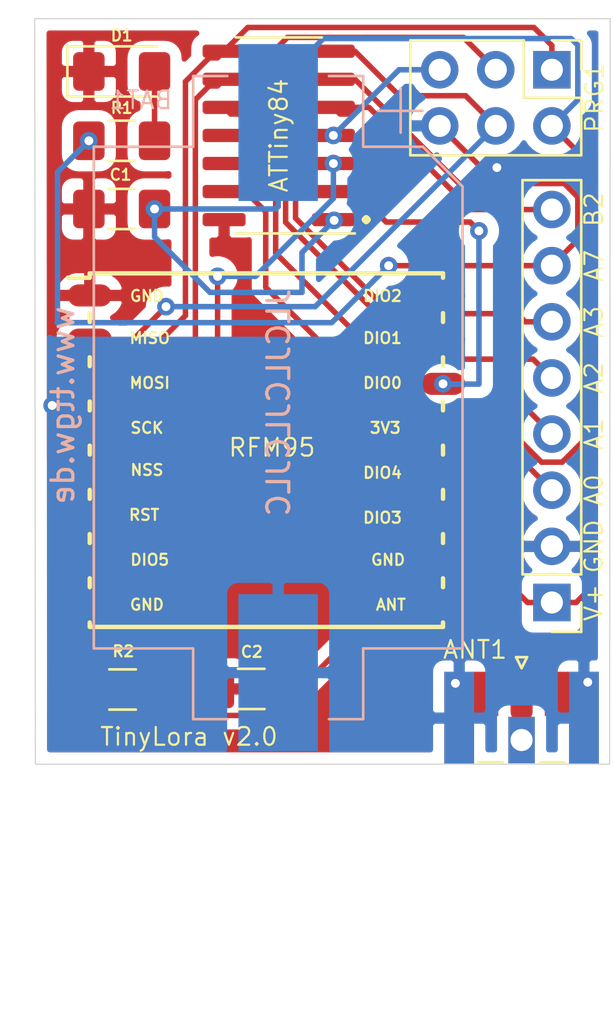
<source format=kicad_pcb>
(kicad_pcb (version 20171130) (host pcbnew 5.1.5)

  (general
    (thickness 1.6)
    (drawings 36)
    (tracks 166)
    (zones 0)
    (modules 11)
    (nets 23)
  )

  (page A4)
  (layers
    (0 F.Cu signal)
    (31 B.Cu signal)
    (32 B.Adhes user)
    (33 F.Adhes user)
    (34 B.Paste user)
    (35 F.Paste user)
    (36 B.SilkS user)
    (37 F.SilkS user)
    (38 B.Mask user)
    (39 F.Mask user)
    (40 Dwgs.User user)
    (41 Cmts.User user)
    (42 Eco1.User user)
    (43 Eco2.User user)
    (44 Edge.Cuts user)
    (45 Margin user)
    (46 B.CrtYd user)
    (47 F.CrtYd user)
    (48 B.Fab user)
    (49 F.Fab user)
  )

  (setup
    (last_trace_width 0.25)
    (trace_clearance 0.2)
    (zone_clearance 0.508)
    (zone_45_only no)
    (trace_min 0.2)
    (via_size 0.8)
    (via_drill 0.4)
    (via_min_size 0.4)
    (via_min_drill 0.3)
    (uvia_size 0.3)
    (uvia_drill 0.1)
    (uvias_allowed no)
    (uvia_min_size 0.2)
    (uvia_min_drill 0.1)
    (edge_width 0.05)
    (segment_width 0.2)
    (pcb_text_width 0.3)
    (pcb_text_size 1.5 1.5)
    (mod_edge_width 0.12)
    (mod_text_size 1 1)
    (mod_text_width 0.15)
    (pad_size 1 1)
    (pad_drill 0)
    (pad_to_mask_clearance 0.051)
    (solder_mask_min_width 0.25)
    (aux_axis_origin 0 0)
    (visible_elements FFFDFF7F)
    (pcbplotparams
      (layerselection 0x010fc_ffffffff)
      (usegerberextensions false)
      (usegerberattributes false)
      (usegerberadvancedattributes false)
      (creategerberjobfile false)
      (excludeedgelayer true)
      (linewidth 0.100000)
      (plotframeref false)
      (viasonmask false)
      (mode 1)
      (useauxorigin false)
      (hpglpennumber 1)
      (hpglpenspeed 20)
      (hpglpendiameter 15.000000)
      (psnegative false)
      (psa4output false)
      (plotreference true)
      (plotvalue true)
      (plotinvisibletext false)
      (padsonsilk false)
      (subtractmaskfromsilk false)
      (outputformat 1)
      (mirror false)
      (drillshape 0)
      (scaleselection 1)
      (outputdirectory "Gerber_V2/"))
  )

  (net 0 "")
  (net 1 GND)
  (net 2 +3V3)
  (net 3 PB2)
  (net 4 PA7)
  (net 5 PA3)
  (net 6 PA2)
  (net 7 PA1)
  (net 8 PA0)
  (net 9 MISO)
  (net 10 SCK)
  (net 11 MOSI)
  (net 12 DIO0)
  (net 13 NSS)
  (net 14 RST)
  (net 15 "Net-(D1-Pad2)")
  (net 16 "Net-(ANT1-Pad1)")
  (net 17 "Net-(RFM95-Pad16)")
  (net 18 "Net-(RFM95-Pad15)")
  (net 19 "Net-(RFM95-Pad12)")
  (net 20 "Net-(RFM95-Pad11)")
  (net 21 "Net-(RFM95-Pad7)")
  (net 22 "Net-(RFM95-Pad6)")

  (net_class Default "Dies ist die voreingestellte Netzklasse."
    (clearance 0.2)
    (trace_width 0.25)
    (via_dia 0.8)
    (via_drill 0.4)
    (uvia_dia 0.3)
    (uvia_drill 0.1)
    (add_net +3V3)
    (add_net DIO0)
    (add_net GND)
    (add_net MISO)
    (add_net MOSI)
    (add_net NSS)
    (add_net "Net-(ANT1-Pad1)")
    (add_net "Net-(D1-Pad2)")
    (add_net "Net-(RFM95-Pad11)")
    (add_net "Net-(RFM95-Pad12)")
    (add_net "Net-(RFM95-Pad15)")
    (add_net "Net-(RFM95-Pad16)")
    (add_net "Net-(RFM95-Pad6)")
    (add_net "Net-(RFM95-Pad7)")
    (add_net PA0)
    (add_net PA1)
    (add_net PA2)
    (add_net PA3)
    (add_net PA7)
    (add_net PB2)
    (add_net RST)
    (add_net SCK)
  )

  (module battery_holder:BatteryHolder_Keystone_1060_1x2032_Long_Pad (layer B.Cu) (tedit 5E2D666C) (tstamp 5D66BC43)
    (at 77.0636 62.8904 270)
    (descr http://www.keyelco.com/product-pdf.cfm?p=726)
    (tags "CR2032 BR2032 BatteryHolder Battery")
    (path /5D6F40EE)
    (attr smd)
    (fp_text reference BAT1 (at -13.462 6.223 180) (layer B.SilkS)
      (effects (font (size 0.8 0.8) (thickness 0.1)) (justify mirror))
    )
    (fp_text value Battery_Cell (at 0 11.75 270) (layer B.Fab)
      (effects (font (size 1 1) (thickness 0.15)) (justify mirror))
    )
    (fp_line (start -11.98524 -5.54736) (end -13.98524 -5.54736) (layer B.SilkS) (width 0.12))
    (fp_line (start -12.97432 -4.5278) (end -12.97432 -6.5278) (layer B.SilkS) (width 0.12))
    (fp_text user BAT (at 0 0 270) (layer B.Fab) hide
      (effects (font (size 1 1) (thickness 0.15)) (justify mirror))
    )
    (fp_line (start 11.5 8.5) (end 6.5 8.5) (layer B.CrtYd) (width 0.05))
    (fp_arc (start 0 0) (end 6.5 8.5) (angle 74.81070976) (layer B.CrtYd) (width 0.05))
    (fp_line (start 11.5 -4) (end 11.5 -8.5) (layer B.CrtYd) (width 0.05))
    (fp_line (start 14.7 -4) (end 11.5 -4) (layer B.CrtYd) (width 0.05))
    (fp_line (start 14.7 -2.3) (end 14.7 -4) (layer B.CrtYd) (width 0.05))
    (fp_line (start 16.45 -2.3) (end 14.7 -2.3) (layer B.CrtYd) (width 0.05))
    (fp_line (start 16.45 2.3) (end 16.45 -2.3) (layer B.CrtYd) (width 0.05))
    (fp_line (start 14.7 2.3) (end 16.45 2.3) (layer B.CrtYd) (width 0.05))
    (fp_line (start 14.7 4) (end 14.7 2.3) (layer B.CrtYd) (width 0.05))
    (fp_line (start 11.5 4) (end 14.7 4) (layer B.CrtYd) (width 0.05))
    (fp_line (start 11.5 8.5) (end 11.5 4) (layer B.CrtYd) (width 0.05))
    (fp_line (start -11.5 8.5) (end -6.5 8.5) (layer B.CrtYd) (width 0.05))
    (fp_line (start -11.5 4) (end -11.5 8.5) (layer B.CrtYd) (width 0.05))
    (fp_line (start -14.7 4) (end -11.5 4) (layer B.CrtYd) (width 0.05))
    (fp_line (start -14.7 2.3) (end -14.7 4) (layer B.CrtYd) (width 0.05))
    (fp_line (start -14.7 2.3) (end -16.45 2.3) (layer B.CrtYd) (width 0.05))
    (fp_line (start -16.45 -2.3) (end -16.45 2.3) (layer B.CrtYd) (width 0.05))
    (fp_line (start -14.7 -2.3) (end -16.45 -2.3) (layer B.CrtYd) (width 0.05))
    (fp_line (start -14.7 -4) (end -14.7 -2.3) (layer B.CrtYd) (width 0.05))
    (fp_line (start -14.7 -4) (end -11.5 -4) (layer B.CrtYd) (width 0.05))
    (fp_line (start -11.5 -4) (end -11.5 -8.5) (layer B.CrtYd) (width 0.05))
    (fp_line (start -6.5 -8.5) (end -11.5 -8.5) (layer B.CrtYd) (width 0.05))
    (fp_line (start 11.5 -8.5) (end 6.5 -8.5) (layer B.CrtYd) (width 0.05))
    (fp_arc (start 0 0) (end -6.5 -8.5) (angle 74.81070976) (layer B.CrtYd) (width 0.05))
    (fp_line (start 11.35 8.35) (end 11.35 3.85) (layer B.SilkS) (width 0.12))
    (fp_line (start -11.35 8.35) (end -11.35 3.85) (layer B.SilkS) (width 0.12))
    (fp_line (start -11.35 8.35) (end 11.35 8.35) (layer B.SilkS) (width 0.12))
    (fp_line (start 14.55 3.85) (end 14.55 2.3) (layer B.SilkS) (width 0.12))
    (fp_line (start 11.35 3.85) (end 14.55 3.85) (layer B.SilkS) (width 0.12))
    (fp_line (start -14.55 3.85) (end -14.55 2.3) (layer B.SilkS) (width 0.12))
    (fp_line (start -11.35 3.85) (end -14.55 3.85) (layer B.SilkS) (width 0.12))
    (fp_line (start -14.55 -3.85) (end -14.55 -2.3) (layer B.SilkS) (width 0.12))
    (fp_line (start -11.35 -3.85) (end -14.55 -3.85) (layer B.SilkS) (width 0.12))
    (fp_line (start -9.55 -8.35) (end -11.35 -6.55) (layer B.SilkS) (width 0.12))
    (fp_line (start -11.35 -6.55) (end -11.35 -3.85) (layer B.SilkS) (width 0.12))
    (fp_line (start 11.35 -8.35) (end -9.55 -8.35) (layer B.SilkS) (width 0.12))
    (fp_line (start 11.35 -8.35) (end 11.35 -3.85) (layer B.SilkS) (width 0.12))
    (fp_line (start 14.55 -3.85) (end 14.55 -2.3) (layer B.SilkS) (width 0.12))
    (fp_line (start 11.35 -3.85) (end 14.55 -3.85) (layer B.SilkS) (width 0.12))
    (fp_line (start -9.4 -8) (end -11 -6.4) (layer B.Fab) (width 0.1))
    (fp_line (start 14.2 3.5) (end 11 3.5) (layer B.Fab) (width 0.1))
    (fp_line (start 14.2 -3.5) (end 14.2 3.5) (layer B.Fab) (width 0.1))
    (fp_line (start 11 -3.5) (end 14.2 -3.5) (layer B.Fab) (width 0.1))
    (fp_line (start -14.2 3.5) (end -11 3.5) (layer B.Fab) (width 0.1))
    (fp_line (start -14.2 -3.5) (end -14.2 3.5) (layer B.Fab) (width 0.1))
    (fp_line (start -11 -3.5) (end -14.2 -3.5) (layer B.Fab) (width 0.1))
    (fp_line (start -11 -6.4) (end -11 -3.5) (layer B.Fab) (width 0.1))
    (fp_line (start -11 8) (end -11 3.5) (layer B.Fab) (width 0.1))
    (fp_line (start 11 8) (end 11 3.5) (layer B.Fab) (width 0.1))
    (fp_line (start 11 -8) (end 11 -3.5) (layer B.Fab) (width 0.1))
    (fp_line (start 11 8) (end -11 8) (layer B.Fab) (width 0.1))
    (fp_line (start 11 -8) (end -9.4 -8) (layer B.Fab) (width 0.1))
    (fp_circle (center 0 0) (end -10.2 0) (layer Dwgs.User) (width 0.3))
    (pad 1 smd rect (at -12.446 0 90) (size 7.1 3.6) (layers B.Cu B.Paste B.Mask)
      (net 2 +3V3))
    (pad 2 smd rect (at 12.446 0 90) (size 7.1 3.6) (layers B.Cu B.Paste B.Mask)
      (net 1 GND))
    (model ${KISYS3DMOD}/Battery.3dshapes/BatteryHolder_Keystone_1060_1x2032.wrl
      (at (xyz 0 0 0))
      (scale (xyz 1 1 1))
      (rotate (xyz 0 0 0))
    )
  )

  (module SMA_Multi:SMA_Edge_UFL_Combo (layer F.Cu) (tedit 5E5D5927) (tstamp 5E2A9007)
    (at 88.0872 77.3938)
    (descr "Connector SMA, 0Hz to 20GHz, 50Ohm, Edge Mount (http://suddendocs.samtec.com/prints/sma-j-p-x-st-em1-mkt.pdf)")
    (tags "SMA Straight Samtec Edge Mount")
    (path /5D699DFD)
    (attr smd)
    (fp_text reference ANT1 (at -2.1082 -3.0988 180) (layer F.SilkS)
      (effects (font (size 0.8 0.8) (thickness 0.1)))
    )
    (fp_text value Antenna (at 0 13) (layer F.Fab)
      (effects (font (size 1 1) (thickness 0.15)))
    )
    (fp_line (start 0.84 2) (end 1.95 2) (layer F.SilkS) (width 0.12))
    (fp_line (start -1.95 2) (end -0.84 2) (layer F.SilkS) (width 0.12))
    (fp_line (start 3.68 2.6) (end 3.68 12.12) (layer B.CrtYd) (width 0.05))
    (fp_line (start 4 2.6) (end 3.68 2.6) (layer B.CrtYd) (width 0.05))
    (fp_line (start -3.68 12.12) (end -3.68 2.6) (layer B.CrtYd) (width 0.05))
    (fp_line (start -3.68 2.6) (end -4 2.6) (layer B.CrtYd) (width 0.05))
    (fp_line (start 3.68 2.6) (end 3.68 12.12) (layer F.CrtYd) (width 0.05))
    (fp_line (start 3.68 2.6) (end 4 2.6) (layer F.CrtYd) (width 0.05))
    (fp_line (start -3.68 12.12) (end -3.68 2.6) (layer F.CrtYd) (width 0.05))
    (fp_line (start -3.68 2.6) (end -4 2.6) (layer F.CrtYd) (width 0.05))
    (fp_text user "PCB Edge" (at 0 2.6) (layer Dwgs.User)
      (effects (font (size 0.5 0.5) (thickness 0.1)))
    )
    (fp_line (start 4.1 2.1) (end -4.1 2.1) (layer Dwgs.User) (width 0.1))
    (fp_line (start -3.175 -1.71) (end -3.175 11.62) (layer F.Fab) (width 0.1))
    (fp_line (start -2.365 -1.71) (end -3.175 -1.71) (layer F.Fab) (width 0.1))
    (fp_line (start -2.365 2.1) (end -2.365 -1.71) (layer F.Fab) (width 0.1))
    (fp_line (start 2.365 2.1) (end -2.365 2.1) (layer F.Fab) (width 0.1))
    (fp_line (start 2.365 -1.71) (end 2.365 2.1) (layer F.Fab) (width 0.1))
    (fp_line (start 3.175 -1.71) (end 2.365 -1.71) (layer F.Fab) (width 0.1))
    (fp_line (start 3.175 -1.71) (end 3.175 11.62) (layer F.Fab) (width 0.1))
    (fp_line (start 3.165 11.62) (end -3.165 11.62) (layer F.Fab) (width 0.1))
    (fp_line (start -4 -2.6) (end 4 -2.6) (layer B.CrtYd) (width 0.05))
    (fp_line (start -4 2.6) (end -4 -2.6) (layer B.CrtYd) (width 0.05))
    (fp_line (start 3.68 12.12) (end -3.68 12.12) (layer B.CrtYd) (width 0.05))
    (fp_line (start 4 2.6) (end 4 -2.6) (layer B.CrtYd) (width 0.05))
    (fp_line (start -4 -2.6) (end 4 -2.6) (layer F.CrtYd) (width 0.05))
    (fp_line (start -4 2.6) (end -4 -2.6) (layer F.CrtYd) (width 0.05))
    (fp_line (start 3.68 12.12) (end -3.68 12.12) (layer F.CrtYd) (width 0.05))
    (fp_line (start 4 2.6) (end 4 -2.6) (layer F.CrtYd) (width 0.05))
    (fp_text user %R (at 0 4.79 180) (layer F.Fab) hide
      (effects (font (size 1 1) (thickness 0.15)))
    )
    (fp_line (start 0.64 2.1) (end 0 3.1) (layer F.Fab) (width 0.1))
    (fp_line (start 0 3.1) (end -0.64 2.1) (layer F.Fab) (width 0.1))
    (fp_line (start 0 -2.26) (end 0.25 -2.76) (layer F.SilkS) (width 0.12))
    (fp_line (start 0.25 -2.76) (end -0.25 -2.76) (layer F.SilkS) (width 0.12))
    (fp_line (start -0.25 -2.76) (end 0 -2.26) (layer F.SilkS) (width 0.12))
    (pad 1 thru_hole rect (at 0 0.9906) (size 1.2 2.1) (drill 1) (layers *.Cu *.Mask)
      (net 16 "Net-(ANT1-Pad1)"))
    (pad 2 smd rect (at 2.825 0) (size 1.35 4.2) (layers B.Cu B.Paste B.Mask)
      (net 1 GND))
    (pad 2 smd rect (at -2.825 0) (size 1.35 4.2) (layers B.Cu B.Paste B.Mask)
      (net 1 GND))
    (pad 2 smd custom (at 1.5494 -1.6002) (size 1 1) (layers F.Cu F.Paste F.Mask)
      (net 1 GND) (zone_connect 0)
      (options (clearance outline) (anchor rect))
      (primitives
        (gr_poly (pts
           (xy -0.5 -0.5) (xy 1.95 -0.5) (xy 1.95 3.7) (xy 0.6 3.7) (xy 0.6 1.5)
           (xy -0.5 1.5)) (width 0))
      ))
    (pad 2 smd custom (at -3.00228 -1.6002) (size 1 1) (layers F.Cu F.Paste F.Mask)
      (net 1 GND) (zone_connect 0)
      (options (clearance outline) (anchor rect))
      (primitives
        (gr_poly (pts
           (xy -0.5 -0.5) (xy 1.95 -0.5) (xy 1.95 1.5) (xy 0.85 1.5) (xy 0.85 3.7)
           (xy -0.5 3.7)) (width 0))
      ))
    (model ${KISYS3DMOD}/Connector_Coaxial.3dshapes/SMA_Samtec_SMA-J-P-X-ST-EM1_EdgeMount.wrl
      (at (xyz 0 0 0))
      (scale (xyz 1 1 1))
      (rotate (xyz 0 0 0))
    )
  )

  (module Resistor_SMD:R_1206_3216Metric_Pad1.42x1.75mm_HandSolder (layer F.Cu) (tedit 5B301BBD) (tstamp 5E2A47A1)
    (at 70.0167 76.0984)
    (descr "Resistor SMD 1206 (3216 Metric), square (rectangular) end terminal, IPC_7351 nominal with elongated pad for handsoldering. (Body size source: http://www.tortai-tech.com/upload/download/2011102023233369053.pdf), generated with kicad-footprint-generator")
    (tags "resistor handsolder")
    (path /5E0CABAF)
    (attr smd)
    (fp_text reference R2 (at 0.0365 -1.7272 180) (layer F.SilkS)
      (effects (font (size 0.5 0.5) (thickness 0.1)))
    )
    (fp_text value 47K (at 0 1.82) (layer F.Fab)
      (effects (font (size 1 1) (thickness 0.15)))
    )
    (fp_text user %R (at 0 0) (layer F.Fab)
      (effects (font (size 0.8 0.8) (thickness 0.12)))
    )
    (fp_line (start 2.45 1.12) (end -2.45 1.12) (layer F.CrtYd) (width 0.05))
    (fp_line (start 2.45 -1.12) (end 2.45 1.12) (layer F.CrtYd) (width 0.05))
    (fp_line (start -2.45 -1.12) (end 2.45 -1.12) (layer F.CrtYd) (width 0.05))
    (fp_line (start -2.45 1.12) (end -2.45 -1.12) (layer F.CrtYd) (width 0.05))
    (fp_line (start -0.602064 0.91) (end 0.602064 0.91) (layer F.SilkS) (width 0.12))
    (fp_line (start -0.602064 -0.91) (end 0.602064 -0.91) (layer F.SilkS) (width 0.12))
    (fp_line (start 1.6 0.8) (end -1.6 0.8) (layer F.Fab) (width 0.1))
    (fp_line (start 1.6 -0.8) (end 1.6 0.8) (layer F.Fab) (width 0.1))
    (fp_line (start -1.6 -0.8) (end 1.6 -0.8) (layer F.Fab) (width 0.1))
    (fp_line (start -1.6 0.8) (end -1.6 -0.8) (layer F.Fab) (width 0.1))
    (pad 2 smd roundrect (at 1.4875 0) (size 1.425 1.75) (layers F.Cu F.Paste F.Mask) (roundrect_rratio 0.175439)
      (net 2 +3V3))
    (pad 1 smd roundrect (at -1.4875 0) (size 1.425 1.75) (layers F.Cu F.Paste F.Mask) (roundrect_rratio 0.175439)
      (net 13 NSS))
    (model ${KISYS3DMOD}/Resistor_SMD.3dshapes/R_1206_3216Metric.wrl
      (at (xyz 0 0 0))
      (scale (xyz 1 1 1))
      (rotate (xyz 0 0 0))
    )
  )

  (module Capacitor_SMD:C_1206_3216Metric_Pad1.42x1.75mm_HandSolder (layer F.Cu) (tedit 5B301BBE) (tstamp 5D693C4D)
    (at 75.8444 76.073 180)
    (descr "Capacitor SMD 1206 (3216 Metric), square (rectangular) end terminal, IPC_7351 nominal with elongated pad for handsoldering. (Body size source: http://www.tortai-tech.com/upload/download/2011102023233369053.pdf), generated with kicad-footprint-generator")
    (tags "capacitor handsolder")
    (path /5D694E97)
    (attr smd)
    (fp_text reference C2 (at -0.0254 1.6764) (layer F.SilkS)
      (effects (font (size 0.5 0.5) (thickness 0.1)))
    )
    (fp_text value 100n (at 0 1.82) (layer F.Fab)
      (effects (font (size 1 1) (thickness 0.15)))
    )
    (fp_text user %R (at 0 0) (layer F.Fab)
      (effects (font (size 0.8 0.8) (thickness 0.12)))
    )
    (fp_line (start 2.45 1.12) (end -2.45 1.12) (layer F.CrtYd) (width 0.05))
    (fp_line (start 2.45 -1.12) (end 2.45 1.12) (layer F.CrtYd) (width 0.05))
    (fp_line (start -2.45 -1.12) (end 2.45 -1.12) (layer F.CrtYd) (width 0.05))
    (fp_line (start -2.45 1.12) (end -2.45 -1.12) (layer F.CrtYd) (width 0.05))
    (fp_line (start -0.602064 0.91) (end 0.602064 0.91) (layer F.SilkS) (width 0.12))
    (fp_line (start -0.602064 -0.91) (end 0.602064 -0.91) (layer F.SilkS) (width 0.12))
    (fp_line (start 1.6 0.8) (end -1.6 0.8) (layer F.Fab) (width 0.1))
    (fp_line (start 1.6 -0.8) (end 1.6 0.8) (layer F.Fab) (width 0.1))
    (fp_line (start -1.6 -0.8) (end 1.6 -0.8) (layer F.Fab) (width 0.1))
    (fp_line (start -1.6 0.8) (end -1.6 -0.8) (layer F.Fab) (width 0.1))
    (pad 2 smd roundrect (at 1.4875 0 180) (size 1.425 1.75) (layers F.Cu F.Paste F.Mask) (roundrect_rratio 0.175439)
      (net 1 GND))
    (pad 1 smd roundrect (at -1.4875 0 180) (size 1.425 1.75) (layers F.Cu F.Paste F.Mask) (roundrect_rratio 0.175439)
      (net 2 +3V3))
    (model ${KISYS3DMOD}/Capacitor_SMD.3dshapes/C_1206_3216Metric.wrl
      (at (xyz 0 0 0))
      (scale (xyz 1 1 1))
      (rotate (xyz 0 0 0))
    )
  )

  (module Capacitor_SMD:C_1206_3216Metric_Pad1.42x1.75mm_HandSolder (layer F.Cu) (tedit 5B301BBE) (tstamp 5D694D27)
    (at 69.977 54.356 180)
    (descr "Capacitor SMD 1206 (3216 Metric), square (rectangular) end terminal, IPC_7351 nominal with elongated pad for handsoldering. (Body size source: http://www.tortai-tech.com/upload/download/2011102023233369053.pdf), generated with kicad-footprint-generator")
    (tags "capacitor handsolder")
    (path /5D696543)
    (attr smd)
    (fp_text reference C1 (at 0.0508 1.5494) (layer F.SilkS)
      (effects (font (size 0.5 0.5) (thickness 0.1)))
    )
    (fp_text value 100n (at 0 1.82) (layer F.Fab)
      (effects (font (size 1 1) (thickness 0.15)))
    )
    (fp_text user %R (at -0.127 0) (layer F.Fab) hide
      (effects (font (size 0.8 0.8) (thickness 0.12)))
    )
    (fp_line (start 2.45 1.12) (end -2.45 1.12) (layer F.CrtYd) (width 0.05))
    (fp_line (start 2.45 -1.12) (end 2.45 1.12) (layer F.CrtYd) (width 0.05))
    (fp_line (start -2.45 -1.12) (end 2.45 -1.12) (layer F.CrtYd) (width 0.05))
    (fp_line (start -2.45 1.12) (end -2.45 -1.12) (layer F.CrtYd) (width 0.05))
    (fp_line (start -0.602064 0.91) (end 0.602064 0.91) (layer F.SilkS) (width 0.12))
    (fp_line (start -0.602064 -0.91) (end 0.602064 -0.91) (layer F.SilkS) (width 0.12))
    (fp_line (start 1.6 0.8) (end -1.6 0.8) (layer F.Fab) (width 0.1))
    (fp_line (start 1.6 -0.8) (end 1.6 0.8) (layer F.Fab) (width 0.1))
    (fp_line (start -1.6 -0.8) (end 1.6 -0.8) (layer F.Fab) (width 0.1))
    (fp_line (start -1.6 0.8) (end -1.6 -0.8) (layer F.Fab) (width 0.1))
    (pad 2 smd roundrect (at 1.4875 0 180) (size 1.425 1.75) (layers F.Cu F.Paste F.Mask) (roundrect_rratio 0.175439)
      (net 1 GND))
    (pad 1 smd roundrect (at -1.4875 0 180) (size 1.425 1.75) (layers F.Cu F.Paste F.Mask) (roundrect_rratio 0.175439)
      (net 2 +3V3))
    (model ${KISYS3DMOD}/Capacitor_SMD.3dshapes/C_1206_3216Metric.wrl
      (at (xyz 0 0 0))
      (scale (xyz 1 1 1))
      (rotate (xyz 0 0 0))
    )
  )

  (module Connector_PinHeader_2.54mm:PinHeader_2x03_P2.54mm_Vertical (layer F.Cu) (tedit 59FED5CC) (tstamp 5E2A4CBB)
    (at 89.4588 48.0568 270)
    (descr "Through hole straight pin header, 2x03, 2.54mm pitch, double rows")
    (tags "Through hole pin header THT 2x03 2.54mm double row")
    (path /5D69C5BF)
    (fp_text reference PRG1 (at 1.27 -1.9304 90) (layer F.SilkS)
      (effects (font (size 0.8 0.8) (thickness 0.1)))
    )
    (fp_text value PRG (at 1.27 7.41 90) (layer F.Fab)
      (effects (font (size 1 1) (thickness 0.15)))
    )
    (fp_text user %R (at 1.27 2.54 270) (layer F.Fab) hide
      (effects (font (size 1 1) (thickness 0.15)))
    )
    (fp_line (start 4.35 -1.8) (end -1.8 -1.8) (layer F.CrtYd) (width 0.05))
    (fp_line (start 4.35 6.85) (end 4.35 -1.8) (layer F.CrtYd) (width 0.05))
    (fp_line (start -1.8 6.85) (end 4.35 6.85) (layer F.CrtYd) (width 0.05))
    (fp_line (start -1.8 -1.8) (end -1.8 6.85) (layer F.CrtYd) (width 0.05))
    (fp_line (start -1.33 -1.33) (end 0 -1.33) (layer F.SilkS) (width 0.12))
    (fp_line (start -1.33 0) (end -1.33 -1.33) (layer F.SilkS) (width 0.12))
    (fp_line (start 1.27 -1.33) (end 3.87 -1.33) (layer F.SilkS) (width 0.12))
    (fp_line (start 1.27 1.27) (end 1.27 -1.33) (layer F.SilkS) (width 0.12))
    (fp_line (start -1.33 1.27) (end 1.27 1.27) (layer F.SilkS) (width 0.12))
    (fp_line (start 3.87 -1.33) (end 3.87 6.41) (layer F.SilkS) (width 0.12))
    (fp_line (start -1.33 1.27) (end -1.33 6.41) (layer F.SilkS) (width 0.12))
    (fp_line (start -1.33 6.41) (end 3.87 6.41) (layer F.SilkS) (width 0.12))
    (fp_line (start -1.27 0) (end 0 -1.27) (layer F.Fab) (width 0.1))
    (fp_line (start -1.27 6.35) (end -1.27 0) (layer F.Fab) (width 0.1))
    (fp_line (start 3.81 6.35) (end -1.27 6.35) (layer F.Fab) (width 0.1))
    (fp_line (start 3.81 -1.27) (end 3.81 6.35) (layer F.Fab) (width 0.1))
    (fp_line (start 0 -1.27) (end 3.81 -1.27) (layer F.Fab) (width 0.1))
    (pad 6 thru_hole oval (at 2.54 5.08 270) (size 1.7 1.7) (drill 1) (layers *.Cu *.Mask)
      (net 1 GND))
    (pad 5 thru_hole oval (at 0 5.08 270) (size 1.7 1.7) (drill 1) (layers *.Cu *.Mask)
      (net 14 RST))
    (pad 4 thru_hole oval (at 2.54 2.54 270) (size 1.7 1.7) (drill 1) (layers *.Cu *.Mask)
      (net 11 MOSI))
    (pad 3 thru_hole oval (at 0 2.54 270) (size 1.7 1.7) (drill 1) (layers *.Cu *.Mask)
      (net 10 SCK))
    (pad 2 thru_hole oval (at 2.54 0 270) (size 1.7 1.7) (drill 1) (layers *.Cu *.Mask)
      (net 2 +3V3))
    (pad 1 thru_hole rect (at 0 0 270) (size 1.7 1.7) (drill 1) (layers *.Cu *.Mask)
      (net 9 MISO))
    (model ${KISYS3DMOD}/Connector_PinHeader_2.54mm.3dshapes/PinHeader_2x03_P2.54mm_Vertical.wrl
      (at (xyz 0 0 0))
      (scale (xyz 1 1 1))
      (rotate (xyz 0 0 0))
    )
  )

  (module Connector_PinHeader_2.54mm:PinHeader_1x08_P2.54mm_Vertical (layer F.Cu) (tedit 59FED5CC) (tstamp 5E2A8742)
    (at 89.4588 72.1614 180)
    (descr "Through hole straight pin header, 1x08, 2.54mm pitch, single row")
    (tags "Through hole pin header THT 1x08 2.54mm single row")
    (path /5D68DC89)
    (fp_text reference J1 (at 1.8923 -0.0381 90) (layer F.SilkS) hide
      (effects (font (size 0.8 0.8) (thickness 0.1)))
    )
    (fp_text value J1 (at 0 20.11) (layer F.Fab) hide
      (effects (font (size 1 1) (thickness 0.15)))
    )
    (fp_text user %R (at 0 8.89 90) (layer F.Fab) hide
      (effects (font (size 1 1) (thickness 0.15)))
    )
    (fp_line (start 1.8 -1.8) (end -1.8 -1.8) (layer F.CrtYd) (width 0.05))
    (fp_line (start 1.8 19.55) (end 1.8 -1.8) (layer F.CrtYd) (width 0.05))
    (fp_line (start -1.8 19.55) (end 1.8 19.55) (layer F.CrtYd) (width 0.05))
    (fp_line (start -1.8 -1.8) (end -1.8 19.55) (layer F.CrtYd) (width 0.05))
    (fp_line (start -1.33 -1.33) (end 0 -1.33) (layer F.SilkS) (width 0.12))
    (fp_line (start -1.33 0) (end -1.33 -1.33) (layer F.SilkS) (width 0.12))
    (fp_line (start -1.33 1.27) (end 1.33 1.27) (layer F.SilkS) (width 0.12))
    (fp_line (start 1.33 1.27) (end 1.33 19.11) (layer F.SilkS) (width 0.12))
    (fp_line (start -1.33 1.27) (end -1.33 19.11) (layer F.SilkS) (width 0.12))
    (fp_line (start -1.33 19.11) (end 1.33 19.11) (layer F.SilkS) (width 0.12))
    (fp_line (start -1.27 -0.635) (end -0.635 -1.27) (layer F.Fab) (width 0.1))
    (fp_line (start -1.27 19.05) (end -1.27 -0.635) (layer F.Fab) (width 0.1))
    (fp_line (start 1.27 19.05) (end -1.27 19.05) (layer F.Fab) (width 0.1))
    (fp_line (start 1.27 -1.27) (end 1.27 19.05) (layer F.Fab) (width 0.1))
    (fp_line (start -0.635 -1.27) (end 1.27 -1.27) (layer F.Fab) (width 0.1))
    (pad 8 thru_hole oval (at 0 17.78 180) (size 1.7 1.7) (drill 1) (layers *.Cu *.Mask)
      (net 3 PB2))
    (pad 7 thru_hole oval (at 0 15.24 180) (size 1.7 1.7) (drill 1) (layers *.Cu *.Mask)
      (net 4 PA7))
    (pad 6 thru_hole oval (at 0 12.7 180) (size 1.7 1.7) (drill 1) (layers *.Cu *.Mask)
      (net 5 PA3))
    (pad 5 thru_hole oval (at 0 10.16 180) (size 1.7 1.7) (drill 1) (layers *.Cu *.Mask)
      (net 6 PA2))
    (pad 4 thru_hole oval (at 0 7.62 180) (size 1.7 1.7) (drill 1) (layers *.Cu *.Mask)
      (net 7 PA1))
    (pad 3 thru_hole oval (at 0 5.08 180) (size 1.7 1.7) (drill 1) (layers *.Cu *.Mask)
      (net 8 PA0))
    (pad 2 thru_hole oval (at 0 2.54 180) (size 1.7 1.7) (drill 1) (layers *.Cu *.Mask)
      (net 1 GND))
    (pad 1 thru_hole rect (at 0 0 180) (size 1.7 1.7) (drill 1) (layers *.Cu *.Mask)
      (net 2 +3V3))
    (model ${KISYS3DMOD}/Connector_PinHeader_2.54mm.3dshapes/PinHeader_1x08_P2.54mm_Vertical.wrl
      (at (xyz 0 0 0))
      (scale (xyz 1 1 1))
      (rotate (xyz 0 0 0))
    )
  )

  (module Resistor_SMD:R_1206_3216Metric_Pad1.42x1.75mm_HandSolder (layer F.Cu) (tedit 5B301BBD) (tstamp 5E5D68D2)
    (at 69.977 51.2699 180)
    (descr "Resistor SMD 1206 (3216 Metric), square (rectangular) end terminal, IPC_7351 nominal with elongated pad for handsoldering. (Body size source: http://www.tortai-tech.com/upload/download/2011102023233369053.pdf), generated with kicad-footprint-generator")
    (tags "resistor handsolder")
    (path /5D6827F4)
    (attr smd)
    (fp_text reference R1 (at 0 1.4859 180) (layer F.SilkS)
      (effects (font (size 0.5 0.5) (thickness 0.1)))
    )
    (fp_text value 100 (at 0 1.82) (layer F.Fab)
      (effects (font (size 1 1) (thickness 0.15)))
    )
    (fp_text user %R (at 0 0) (layer F.Fab) hide
      (effects (font (size 0.8 0.8) (thickness 0.12)))
    )
    (fp_line (start 2.45 1.12) (end -2.45 1.12) (layer F.CrtYd) (width 0.05))
    (fp_line (start 2.45 -1.12) (end 2.45 1.12) (layer F.CrtYd) (width 0.05))
    (fp_line (start -2.45 -1.12) (end 2.45 -1.12) (layer F.CrtYd) (width 0.05))
    (fp_line (start -2.45 1.12) (end -2.45 -1.12) (layer F.CrtYd) (width 0.05))
    (fp_line (start -0.602064 0.91) (end 0.602064 0.91) (layer F.SilkS) (width 0.12))
    (fp_line (start -0.602064 -0.91) (end 0.602064 -0.91) (layer F.SilkS) (width 0.12))
    (fp_line (start 1.6 0.8) (end -1.6 0.8) (layer F.Fab) (width 0.1))
    (fp_line (start 1.6 -0.8) (end 1.6 0.8) (layer F.Fab) (width 0.1))
    (fp_line (start -1.6 -0.8) (end 1.6 -0.8) (layer F.Fab) (width 0.1))
    (fp_line (start -1.6 0.8) (end -1.6 -0.8) (layer F.Fab) (width 0.1))
    (pad 2 smd roundrect (at 1.4875 0 180) (size 1.425 1.75) (layers F.Cu F.Paste F.Mask) (roundrect_rratio 0.175439)
      (net 4 PA7))
    (pad 1 smd roundrect (at -1.4875 0 180) (size 1.425 1.75) (layers F.Cu F.Paste F.Mask) (roundrect_rratio 0.175439)
      (net 15 "Net-(D1-Pad2)"))
    (model ${KISYS3DMOD}/Resistor_SMD.3dshapes/R_1206_3216Metric.wrl
      (at (xyz 0 0 0))
      (scale (xyz 1 1 1))
      (rotate (xyz 0 0 0))
    )
  )

  (module LED_SMD:LED_1206_3216Metric_Pad1.42x1.75mm_HandSolder (layer F.Cu) (tedit 5B4B45C9) (tstamp 5D68353A)
    (at 69.977 48.133)
    (descr "LED SMD 1206 (3216 Metric), square (rectangular) end terminal, IPC_7351 nominal, (Body size source: http://www.tortai-tech.com/upload/download/2011102023233369053.pdf), generated with kicad-footprint-generator")
    (tags "LED handsolder")
    (path /5D67F14D)
    (attr smd)
    (fp_text reference D1 (at 0 -1.6256) (layer F.SilkS)
      (effects (font (size 0.5 0.5) (thickness 0.1)))
    )
    (fp_text value LED (at 0 1.82) (layer F.Fab)
      (effects (font (size 1 1) (thickness 0.15)))
    )
    (fp_text user %R (at 0.127 0) (layer F.Fab) hide
      (effects (font (size 0.8 0.8) (thickness 0.12)))
    )
    (fp_line (start 2.45 1.12) (end -2.45 1.12) (layer F.CrtYd) (width 0.05))
    (fp_line (start 2.45 -1.12) (end 2.45 1.12) (layer F.CrtYd) (width 0.05))
    (fp_line (start -2.45 -1.12) (end 2.45 -1.12) (layer F.CrtYd) (width 0.05))
    (fp_line (start -2.45 1.12) (end -2.45 -1.12) (layer F.CrtYd) (width 0.05))
    (fp_line (start -2.46 1.135) (end 1.6 1.135) (layer F.SilkS) (width 0.12))
    (fp_line (start -2.46 -1.135) (end -2.46 1.135) (layer F.SilkS) (width 0.12))
    (fp_line (start 1.6 -1.135) (end -2.46 -1.135) (layer F.SilkS) (width 0.12))
    (fp_line (start 1.6 0.8) (end 1.6 -0.8) (layer F.Fab) (width 0.1))
    (fp_line (start -1.6 0.8) (end 1.6 0.8) (layer F.Fab) (width 0.1))
    (fp_line (start -1.6 -0.4) (end -1.6 0.8) (layer F.Fab) (width 0.1))
    (fp_line (start -1.2 -0.8) (end -1.6 -0.4) (layer F.Fab) (width 0.1))
    (fp_line (start 1.6 -0.8) (end -1.2 -0.8) (layer F.Fab) (width 0.1))
    (pad 2 smd roundrect (at 1.4875 0) (size 1.425 1.75) (layers F.Cu F.Paste F.Mask) (roundrect_rratio 0.175439)
      (net 15 "Net-(D1-Pad2)"))
    (pad 1 smd roundrect (at -1.4875 0) (size 1.425 1.75) (layers F.Cu F.Paste F.Mask) (roundrect_rratio 0.175439)
      (net 1 GND))
    (model ${KISYS3DMOD}/LED_SMD.3dshapes/LED_1206_3216Metric.wrl
      (at (xyz 0 0 0))
      (scale (xyz 1 1 1))
      (rotate (xyz 0 0 0))
    )
  )

  (module Package_SO:SOIC-14_3.9x8.7mm_P1.27mm (layer F.Cu) (tedit 5C97300E) (tstamp 5D668B1A)
    (at 77.089 51.0286 180)
    (descr "SOIC, 14 Pin (JEDEC MS-012AB, https://www.analog.com/media/en/package-pcb-resources/package/pkg_pdf/soic_narrow-r/r_14.pdf), generated with kicad-footprint-generator ipc_gullwing_generator.py")
    (tags "SOIC SO")
    (path /5D66342E)
    (attr smd)
    (fp_text reference ATTiny84 (at 0 0 270) (layer F.SilkS)
      (effects (font (size 0.8 0.8) (thickness 0.1)))
    )
    (fp_text value ATtiny84A-SSU (at 0 5.28) (layer F.Fab)
      (effects (font (size 1 1) (thickness 0.15)))
    )
    (fp_text user %R (at 0 0) (layer F.Fab) hide
      (effects (font (size 0.98 0.98) (thickness 0.15)))
    )
    (fp_line (start 3.7 -4.58) (end -3.7 -4.58) (layer F.CrtYd) (width 0.05))
    (fp_line (start 3.7 4.58) (end 3.7 -4.58) (layer F.CrtYd) (width 0.05))
    (fp_line (start -3.7 4.58) (end 3.7 4.58) (layer F.CrtYd) (width 0.05))
    (fp_line (start -3.7 -4.58) (end -3.7 4.58) (layer F.CrtYd) (width 0.05))
    (fp_line (start -1.95 -3.35) (end -0.975 -4.325) (layer F.Fab) (width 0.1))
    (fp_line (start -1.95 4.325) (end -1.95 -3.35) (layer F.Fab) (width 0.1))
    (fp_line (start 1.95 4.325) (end -1.95 4.325) (layer F.Fab) (width 0.1))
    (fp_line (start 1.95 -4.325) (end 1.95 4.325) (layer F.Fab) (width 0.1))
    (fp_line (start -0.975 -4.325) (end 1.95 -4.325) (layer F.Fab) (width 0.1))
    (fp_line (start 0 -4.435) (end -3.45 -4.435) (layer F.SilkS) (width 0.12))
    (fp_line (start 0 -4.435) (end 1.95 -4.435) (layer F.SilkS) (width 0.12))
    (fp_line (start 0 4.435) (end -1.95 4.435) (layer F.SilkS) (width 0.12))
    (fp_line (start 0 4.435) (end 1.95 4.435) (layer F.SilkS) (width 0.12))
    (pad 14 smd roundrect (at 2.475 -3.81 180) (size 1.95 0.6) (layers F.Cu F.Paste F.Mask) (roundrect_rratio 0.25)
      (net 1 GND))
    (pad 13 smd roundrect (at 2.475 -2.54 180) (size 1.95 0.6) (layers F.Cu F.Paste F.Mask) (roundrect_rratio 0.25)
      (net 8 PA0))
    (pad 12 smd roundrect (at 2.475 -1.27 180) (size 1.95 0.6) (layers F.Cu F.Paste F.Mask) (roundrect_rratio 0.25)
      (net 7 PA1))
    (pad 11 smd roundrect (at 2.475 0 180) (size 1.95 0.6) (layers F.Cu F.Paste F.Mask) (roundrect_rratio 0.25)
      (net 6 PA2))
    (pad 10 smd roundrect (at 2.475 1.27 180) (size 1.95 0.6) (layers F.Cu F.Paste F.Mask) (roundrect_rratio 0.25)
      (net 5 PA3))
    (pad 9 smd roundrect (at 2.475 2.54 180) (size 1.95 0.6) (layers F.Cu F.Paste F.Mask) (roundrect_rratio 0.25)
      (net 10 SCK))
    (pad 8 smd roundrect (at 2.475 3.81 180) (size 1.95 0.6) (layers F.Cu F.Paste F.Mask) (roundrect_rratio 0.25)
      (net 9 MISO))
    (pad 7 smd roundrect (at -2.475 3.81 180) (size 1.95 0.6) (layers F.Cu F.Paste F.Mask) (roundrect_rratio 0.25)
      (net 11 MOSI))
    (pad 6 smd roundrect (at -2.475 2.54 180) (size 1.95 0.6) (layers F.Cu F.Paste F.Mask) (roundrect_rratio 0.25)
      (net 4 PA7))
    (pad 5 smd roundrect (at -2.475 1.27 180) (size 1.95 0.6) (layers F.Cu F.Paste F.Mask) (roundrect_rratio 0.25)
      (net 3 PB2))
    (pad 4 smd roundrect (at -2.475 0 180) (size 1.95 0.6) (layers F.Cu F.Paste F.Mask) (roundrect_rratio 0.25)
      (net 14 RST))
    (pad 3 smd roundrect (at -2.475 -1.27 180) (size 1.95 0.6) (layers F.Cu F.Paste F.Mask) (roundrect_rratio 0.25)
      (net 13 NSS))
    (pad 2 smd roundrect (at -2.475 -2.54 180) (size 1.95 0.6) (layers F.Cu F.Paste F.Mask) (roundrect_rratio 0.25)
      (net 12 DIO0))
    (pad 1 smd roundrect (at -2.475 -3.81 180) (size 1.95 0.6) (layers F.Cu F.Paste F.Mask) (roundrect_rratio 0.25)
      (net 2 +3V3))
    (model ${KISYS3DMOD}/Package_SO.3dshapes/SOIC-14_3.9x8.7mm_P1.27mm.wrl
      (at (xyz 0 0 0))
      (scale (xyz 1 1 1))
      (rotate (xyz 0 0 0))
    )
  )

  (module RFM:RFM95 (layer F.Cu) (tedit 585E5D4C) (tstamp 5D66B997)
    (at 68.5292 58.2676)
    (path /5D664943)
    (fp_text reference RFM95 (at 8.255 6.8834) (layer F.SilkS)
      (effects (font (size 0.8 0.8) (thickness 0.1)))
    )
    (fp_text value RFM95W-868S2 (at 7.62 7.62) (layer F.Fab)
      (effects (font (size 1 1) (thickness 0.15)))
    )
    (fp_line (start 0 -1) (end 16 -1) (layer F.SilkS) (width 0.2))
    (fp_line (start 0 10.8) (end 0 11.2) (layer F.SilkS) (width 0.2))
    (fp_line (start 0 8.8) (end 0 9.2) (layer F.SilkS) (width 0.2))
    (fp_line (start 0 6.8) (end 0 7.2) (layer F.SilkS) (width 0.2))
    (fp_line (start 0 4.8) (end 0 5.2) (layer F.SilkS) (width 0.2))
    (fp_line (start 0 3.2) (end 0 2.8) (layer F.SilkS) (width 0.2))
    (fp_line (start 0 1.2) (end 0 0.8) (layer F.SilkS) (width 0.2))
    (fp_line (start -1 -0.8) (end 0 -0.8) (layer F.SilkS) (width 0.2))
    (fp_line (start 0 -0.8) (end 0 -1) (layer F.SilkS) (width 0.2))
    (fp_line (start 0 12.8) (end 0 13.2) (layer F.SilkS) (width 0.2))
    (fp_line (start 16 -1) (end 16 -0.8) (layer F.SilkS) (width 0.2))
    (fp_line (start 16 0.8) (end 16 1.2) (layer F.SilkS) (width 0.2))
    (fp_line (start 16 2.8) (end 16 3.2) (layer F.SilkS) (width 0.2))
    (fp_line (start 16 4.8) (end 16 5.2) (layer F.SilkS) (width 0.2))
    (fp_line (start 16 6.8) (end 16 7.2) (layer F.SilkS) (width 0.2))
    (fp_line (start 16 8.8) (end 16 9.2) (layer F.SilkS) (width 0.2))
    (fp_line (start 16 10.8) (end 16 11.2) (layer F.SilkS) (width 0.2))
    (fp_line (start 16 12.8) (end 16 13.2) (layer F.SilkS) (width 0.2))
    (fp_line (start 16 14.8) (end 16 15) (layer F.SilkS) (width 0.2))
    (fp_line (start 16 15) (end 0 15) (layer F.SilkS) (width 0.2))
    (fp_line (start 0 15) (end 0 14.8) (layer F.SilkS) (width 0.2))
    (pad 16 smd oval (at 16 0) (size 2 1) (layers F.Cu F.Paste F.Mask)
      (net 17 "Net-(RFM95-Pad16)"))
    (pad 15 smd oval (at 16 2) (size 2 1) (layers F.Cu F.Paste F.Mask)
      (net 18 "Net-(RFM95-Pad15)"))
    (pad 14 smd oval (at 16 4) (size 2 1) (layers F.Cu F.Paste F.Mask)
      (net 12 DIO0))
    (pad 13 smd oval (at 16 6) (size 2 1) (layers F.Cu F.Paste F.Mask)
      (net 2 +3V3))
    (pad 12 smd oval (at 16 8) (size 2 1) (layers F.Cu F.Paste F.Mask)
      (net 19 "Net-(RFM95-Pad12)"))
    (pad 11 smd oval (at 16 10) (size 2 1) (layers F.Cu F.Paste F.Mask)
      (net 20 "Net-(RFM95-Pad11)"))
    (pad 10 smd oval (at 16 12) (size 2 1) (layers F.Cu F.Paste F.Mask)
      (net 1 GND))
    (pad 9 smd oval (at 16 14) (size 2 1) (layers F.Cu F.Paste F.Mask)
      (net 16 "Net-(ANT1-Pad1)"))
    (pad 8 smd oval (at 0 14) (size 2 1) (layers F.Cu F.Paste F.Mask)
      (net 1 GND))
    (pad 7 smd oval (at 0 12) (size 2 1) (layers F.Cu F.Paste F.Mask)
      (net 21 "Net-(RFM95-Pad7)"))
    (pad 6 smd oval (at 0 10) (size 2 1) (layers F.Cu F.Paste F.Mask)
      (net 22 "Net-(RFM95-Pad6)"))
    (pad 5 smd oval (at 0 8) (size 2 1) (layers F.Cu F.Paste F.Mask)
      (net 13 NSS))
    (pad 4 smd oval (at 0 6) (size 2 1) (layers F.Cu F.Paste F.Mask)
      (net 10 SCK))
    (pad 3 smd oval (at 0 4) (size 2 1) (layers F.Cu F.Paste F.Mask)
      (net 9 MISO))
    (pad 2 smd oval (at 0 2) (size 2 1) (layers F.Cu F.Paste F.Mask)
      (net 11 MOSI))
    (pad 1 smd oval (at 0 0) (size 2 1) (layers F.Cu F.Paste F.Mask)
      (net 1 GND))
    (model "${KIPRJMOD}/kicad_libs/RFM95/RFM95.wrl"
      (offset (xyz 16 -14.9 0))
      (scale (xyz 0.39 0.39 0.39))
      (rotate (xyz -90 0 180))
    )
  )

  (gr_text www.ttgw.de (at 67.31 63.246 90) (layer B.SilkS)
    (effects (font (size 1 1) (thickness 0.15)) (justify mirror))
  )
  (gr_text JLCJLCJLCJLC (at 77.089 63.119 90) (layer B.SilkS)
    (effects (font (size 1 1) (thickness 0.15)) (justify mirror))
  )
  (gr_text GND (at 71.12 72.263) (layer F.SilkS)
    (effects (font (size 0.5 0.5) (thickness 0.1)))
  )
  (gr_text DIO5 (at 71.247 70.231) (layer F.SilkS)
    (effects (font (size 0.5 0.5) (thickness 0.1)))
  )
  (gr_text RST (at 70.993 68.199) (layer F.SilkS)
    (effects (font (size 0.5 0.5) (thickness 0.1)))
  )
  (gr_text NSS (at 71.12 66.167) (layer F.SilkS)
    (effects (font (size 0.5 0.5) (thickness 0.1)))
  )
  (gr_text SCK (at 71.12 64.262) (layer F.SilkS)
    (effects (font (size 0.5 0.5) (thickness 0.1)))
  )
  (gr_text MOSI (at 71.247 62.23) (layer F.SilkS)
    (effects (font (size 0.5 0.5) (thickness 0.1)))
  )
  (gr_text MISO (at 71.247 60.198) (layer F.SilkS)
    (effects (font (size 0.5 0.5) (thickness 0.1)))
  )
  (gr_text GND (at 71.12 58.293) (layer F.SilkS)
    (effects (font (size 0.5 0.5) (thickness 0.1)))
  )
  (gr_text DIO2 (at 81.788 58.293) (layer F.SilkS)
    (effects (font (size 0.5 0.5) (thickness 0.1)))
  )
  (gr_text DIO1 (at 81.788 60.198) (layer F.SilkS)
    (effects (font (size 0.5 0.5) (thickness 0.1)))
  )
  (gr_text DIO0 (at 81.788 62.23) (layer F.SilkS)
    (effects (font (size 0.5 0.5) (thickness 0.1)))
  )
  (gr_text 3V3 (at 81.915 64.262) (layer F.SilkS)
    (effects (font (size 0.5 0.5) (thickness 0.1)))
  )
  (gr_text DIO4 (at 81.788 66.294) (layer F.SilkS)
    (effects (font (size 0.5 0.5) (thickness 0.1)))
  )
  (gr_text DIO3 (at 81.788 68.326) (layer F.SilkS)
    (effects (font (size 0.5 0.5) (thickness 0.1)))
  )
  (gr_text GND (at 82.042 70.231) (layer F.SilkS)
    (effects (font (size 0.5 0.5) (thickness 0.1)))
  )
  (gr_text ANT (at 82.169 72.263) (layer F.SilkS)
    (effects (font (size 0.5 0.5) (thickness 0.1)))
  )
  (gr_line (start 92.075 79.4766) (end 66.0654 79.4766) (layer Edge.Cuts) (width 0.05) (tstamp 5E2AC8BD))
  (gr_text . (at 81.0514 54.356) (layer F.SilkS)
    (effects (font (size 1.2 1.2) (thickness 0.3)))
  )
  (gr_line (start 66.04 45.7454) (end 66.04 45.8978) (layer Edge.Cuts) (width 0.05) (tstamp 5E2A69A8))
  (gr_line (start 92.1004 45.7454) (end 66.04 45.7454) (layer Edge.Cuts) (width 0.05))
  (gr_line (start 92.1004 45.8724) (end 92.1004 45.7454) (layer Edge.Cuts) (width 0.05))
  (gr_line (start 66.04 45.8978) (end 66.04 46.228) (layer Edge.Cuts) (width 0.05) (tstamp 5E2A6978))
  (gr_line (start 92.1004 46.228) (end 92.1004 45.8724) (layer Edge.Cuts) (width 0.05))
  (gr_line (start 92.1004 46.228) (end 92.075 79.4766) (layer Edge.Cuts) (width 0.05) (tstamp 5E2A4D2E))
  (gr_line (start 66.04 46.228) (end 66.0654 79.4766) (layer Edge.Cuts) (width 0.05) (tstamp 5E2A4C0A))
  (gr_text B2 (at 91.3638 54.3814 90) (layer F.SilkS)
    (effects (font (size 0.8 0.8) (thickness 0.1)))
  )
  (gr_text A7 (at 91.3638 56.9214 90) (layer F.SilkS)
    (effects (font (size 0.8 0.8) (thickness 0.1)))
  )
  (gr_text A3 (at 91.3638 59.4614 90) (layer F.SilkS)
    (effects (font (size 0.8 0.8) (thickness 0.1)))
  )
  (gr_text A2 (at 91.3638 62.0014 90) (layer F.SilkS)
    (effects (font (size 0.8 0.8) (thickness 0.1)))
  )
  (gr_text A1 (at 91.3638 64.5414 90) (layer F.SilkS)
    (effects (font (size 0.8 0.8) (thickness 0.1)))
  )
  (gr_text A0 (at 91.3638 67.0814 90) (layer F.SilkS)
    (effects (font (size 0.8 0.8) (thickness 0.1)))
  )
  (gr_text GND (at 91.3638 69.6214 90) (layer F.SilkS)
    (effects (font (size 0.8 0.8) (thickness 0.1)))
  )
  (gr_text V+ (at 91.3638 72.1614 90) (layer F.SilkS)
    (effects (font (size 0.8 0.8) (thickness 0.1)))
  )
  (gr_text "TinyLora v2.0" (at 73.025 78.232) (layer F.SilkS)
    (effects (font (size 0.8 0.8) (thickness 0.1)))
  )

  (via (at 91.0844 75.7682) (size 0.8) (drill 0.4) (layers F.Cu B.Cu) (net 1))
  (via (at 85.09 75.819) (size 0.8) (drill 0.4) (layers F.Cu B.Cu) (net 1))
  (via (at 86.9696 52.481399) (size 0.8) (drill 0.4) (layers F.Cu B.Cu) (net 1))
  (segment (start 84.3788 50.5968) (end 86.263399 52.481399) (width 0.25) (layer F.Cu) (net 1))
  (segment (start 86.263399 52.481399) (end 86.9696 52.481399) (width 0.25) (layer F.Cu) (net 1))
  (via (at 66.8274 63.246) (size 0.8) (drill 0.4) (layers F.Cu B.Cu) (net 1))
  (segment (start 66.8274 58.7194) (end 66.8274 63.246) (width 0.25) (layer F.Cu) (net 1))
  (segment (start 68.5292 58.2676) (end 67.2792 58.2676) (width 0.25) (layer F.Cu) (net 1))
  (segment (start 67.2792 58.2676) (end 66.8274 58.7194) (width 0.25) (layer F.Cu) (net 1))
  (segment (start 85.0264 77.6318) (end 85.0264 77.6318) (width 0.25) (layer F.Cu) (net 1))
  (segment (start 85.0264 77.6318) (end 85.0392 77.6446) (width 0.25) (layer F.Cu) (net 1) (tstamp 5E2ABB7D))
  (segment (start 77.0636 48.6944) (end 77.0636 50.4444) (width 0.25) (layer B.Cu) (net 2))
  (segment (start 90.331402 46.6444) (end 79.1136 46.6444) (width 0.25) (layer B.Cu) (net 2))
  (segment (start 79.1136 46.6444) (end 77.0636 48.6944) (width 0.25) (layer B.Cu) (net 2))
  (segment (start 90.633801 46.946799) (end 90.331402 46.6444) (width 0.25) (layer B.Cu) (net 2))
  (segment (start 90.633801 49.421799) (end 90.633801 46.946799) (width 0.25) (layer B.Cu) (net 2))
  (segment (start 89.4588 50.5968) (end 90.633801 49.421799) (width 0.25) (layer B.Cu) (net 2))
  (segment (start 79.564 54.8386) (end 79.564 54.8498) (width 0.25) (layer F.Cu) (net 2))
  (segment (start 78.141999 58.129001) (end 73.972399 58.129001) (width 0.25) (layer B.Cu) (net 2))
  (segment (start 84.5292 64.2676) (end 87.445998 64.2676) (width 0.25) (layer F.Cu) (net 2))
  (segment (start 87.445998 64.2676) (end 88.989798 65.8114) (width 0.25) (layer F.Cu) (net 2))
  (segment (start 89.4588 50.5968) (end 91.083811 52.221811) (width 0.25) (layer F.Cu) (net 2))
  (segment (start 91.083811 64.655391) (end 91.083811 52.221811) (width 0.25) (layer F.Cu) (net 2))
  (segment (start 89.927802 65.8114) (end 91.083811 64.655391) (width 0.25) (layer F.Cu) (net 2))
  (segment (start 88.989798 65.8114) (end 89.927802 65.8114) (width 0.25) (layer F.Cu) (net 2))
  (segment (start 90.5588 72.1614) (end 89.4588 72.1614) (width 0.25) (layer F.Cu) (net 2))
  (segment (start 91.083811 71.636389) (end 90.5588 72.1614) (width 0.25) (layer F.Cu) (net 2))
  (segment (start 91.083811 64.655391) (end 91.083811 71.636389) (width 0.25) (layer F.Cu) (net 2))
  (segment (start 77.3319 76.948) (end 77.3319 76.073) (width 0.25) (layer F.Cu) (net 2))
  (segment (start 77.00689 77.27301) (end 77.3319 76.948) (width 0.25) (layer F.Cu) (net 2))
  (segment (start 71.5042 76.9734) (end 71.80381 77.27301) (width 0.25) (layer F.Cu) (net 2))
  (segment (start 71.80381 77.27301) (end 77.00689 77.27301) (width 0.25) (layer F.Cu) (net 2))
  (segment (start 71.5042 76.0984) (end 71.5042 76.9734) (width 0.25) (layer F.Cu) (net 2))
  (via (at 79.596854 54.871454) (size 0.8) (drill 0.4) (layers F.Cu B.Cu) (net 2))
  (segment (start 78.141999 58.129001) (end 78.141999 56.326309) (width 0.25) (layer B.Cu) (net 2))
  (segment (start 78.141999 56.326309) (end 79.596854 54.871454) (width 0.25) (layer B.Cu) (net 2))
  (segment (start 78.0444 76.073) (end 82.8704 71.247) (width 0.25) (layer F.Cu) (net 2))
  (segment (start 77.3319 76.073) (end 78.0444 76.073) (width 0.25) (layer F.Cu) (net 2))
  (segment (start 88.3588 72.1614) (end 89.4588 72.1614) (width 0.25) (layer F.Cu) (net 2))
  (segment (start 87.4444 71.247) (end 88.3588 72.1614) (width 0.25) (layer F.Cu) (net 2))
  (segment (start 82.8704 71.247) (end 87.4444 71.247) (width 0.25) (layer F.Cu) (net 2))
  (via (at 71.4645 54.356) (size 0.8) (drill 0.4) (layers F.Cu B.Cu) (net 2))
  (segment (start 73.972399 58.129001) (end 71.4645 55.621102) (width 0.25) (layer B.Cu) (net 2))
  (segment (start 71.4645 55.621102) (end 71.4645 54.356) (width 0.25) (layer B.Cu) (net 2))
  (segment (start 76.952 54.356) (end 72.177 54.356) (width 0.25) (layer B.Cu) (net 2))
  (segment (start 77.0636 54.2444) (end 76.952 54.356) (width 0.25) (layer B.Cu) (net 2))
  (segment (start 72.177 54.356) (end 71.4645 54.356) (width 0.25) (layer B.Cu) (net 2))
  (segment (start 77.0636 50.4444) (end 77.0636 54.2444) (width 0.25) (layer B.Cu) (net 2))
  (segment (start 79.864 50.0586) (end 79.564 49.7586) (width 0.25) (layer F.Cu) (net 3))
  (segment (start 80.240768 50.0586) (end 79.864 50.0586) (width 0.25) (layer F.Cu) (net 3))
  (segment (start 88.256719 54.3814) (end 89.4588 54.3814) (width 0.25) (layer F.Cu) (net 3))
  (segment (start 85.79539 54.3814) (end 88.256719 54.3814) (width 0.25) (layer F.Cu) (net 3))
  (segment (start 81.17259 49.7586) (end 85.79539 54.3814) (width 0.25) (layer F.Cu) (net 3))
  (segment (start 79.564 49.7586) (end 81.17259 49.7586) (width 0.25) (layer F.Cu) (net 3))
  (segment (start 78.589 48.4886) (end 79.564 48.4886) (width 0.25) (layer F.Cu) (net 4))
  (segment (start 90.308799 56.071401) (end 89.4588 56.9214) (width 0.25) (layer F.Cu) (net 4))
  (segment (start 90.633801 55.746399) (end 90.308799 56.071401) (width 0.25) (layer F.Cu) (net 4))
  (segment (start 90.633801 53.817399) (end 90.633801 55.746399) (width 0.25) (layer F.Cu) (net 4))
  (segment (start 90.022801 53.206399) (end 90.633801 53.817399) (width 0.25) (layer F.Cu) (net 4))
  (segment (start 80.539 48.4886) (end 85.256799 53.206399) (width 0.25) (layer F.Cu) (net 4))
  (segment (start 85.256799 53.206399) (end 90.022801 53.206399) (width 0.25) (layer F.Cu) (net 4))
  (segment (start 79.564 48.4886) (end 80.539 48.4886) (width 0.25) (layer F.Cu) (net 4))
  (via (at 82.0674 56.9214) (size 0.8) (drill 0.4) (layers F.Cu B.Cu) (net 4))
  (segment (start 89.4588 56.9214) (end 82.0674 56.9214) (width 0.25) (layer F.Cu) (net 4))
  (segment (start 67.069801 59.500601) (end 67.056 59.4868) (width 0.25) (layer B.Cu) (net 4))
  (segment (start 82.0674 56.9214) (end 79.488199 59.500601) (width 0.25) (layer B.Cu) (net 4))
  (segment (start 79.488199 59.500601) (end 67.069801 59.500601) (width 0.25) (layer B.Cu) (net 4))
  (segment (start 67.069801 59.500601) (end 67.069801 52.689599) (width 0.25) (layer B.Cu) (net 4))
  (via (at 68.4895 51.2699) (size 0.8) (drill 0.4) (layers F.Cu B.Cu) (net 4))
  (segment (start 67.069801 52.689599) (end 68.4895 51.2699) (width 0.25) (layer B.Cu) (net 4))
  (segment (start 88.256719 59.4614) (end 89.4588 59.4614) (width 0.25) (layer F.Cu) (net 5))
  (segment (start 77.851 54.772368) (end 82.171242 59.09261) (width 0.25) (layer F.Cu) (net 5))
  (segment (start 87.887929 59.09261) (end 88.256719 59.4614) (width 0.25) (layer F.Cu) (net 5))
  (segment (start 82.171242 59.09261) (end 87.887929 59.09261) (width 0.25) (layer F.Cu) (net 5))
  (segment (start 75.290768 50.0586) (end 77.851 52.618832) (width 0.25) (layer F.Cu) (net 5))
  (segment (start 77.851 52.618832) (end 77.851 54.772368) (width 0.25) (layer F.Cu) (net 5))
  (segment (start 74.914 50.0586) (end 75.290768 50.0586) (width 0.25) (layer F.Cu) (net 5))
  (segment (start 74.614 49.7586) (end 74.914 50.0586) (width 0.25) (layer F.Cu) (net 5))
  (segment (start 75.589 51.0286) (end 75.6144 51.054) (width 0.25) (layer F.Cu) (net 6))
  (segment (start 74.614 51.0286) (end 75.589 51.0286) (width 0.25) (layer F.Cu) (net 6))
  (segment (start 88.608801 61.151401) (end 89.4588 62.0014) (width 0.25) (layer F.Cu) (net 6))
  (segment (start 83.593623 61.151401) (end 88.608801 61.151401) (width 0.25) (layer F.Cu) (net 6))
  (segment (start 77.40099 52.81379) (end 77.400991 54.958769) (width 0.25) (layer F.Cu) (net 6))
  (segment (start 77.400991 54.958769) (end 83.593623 61.151401) (width 0.25) (layer F.Cu) (net 6))
  (segment (start 75.6412 51.054) (end 77.40099 52.81379) (width 0.25) (layer F.Cu) (net 6))
  (segment (start 75.6144 51.054) (end 75.6412 51.054) (width 0.25) (layer F.Cu) (net 6))
  (segment (start 84.03745 63.44259) (end 88.35999 63.44259) (width 0.25) (layer F.Cu) (net 7))
  (segment (start 76.950982 56.356122) (end 84.03745 63.44259) (width 0.25) (layer F.Cu) (net 7))
  (segment (start 76.950982 53.024182) (end 76.950982 56.356122) (width 0.25) (layer F.Cu) (net 7))
  (segment (start 76.2254 52.2986) (end 76.950982 53.024182) (width 0.25) (layer F.Cu) (net 7))
  (segment (start 74.614 52.2986) (end 76.2254 52.2986) (width 0.25) (layer F.Cu) (net 7))
  (segment (start 89.4588 64.5414) (end 88.35999 63.44259) (width 0.25) (layer F.Cu) (net 7))
  (segment (start 88.608801 66.231401) (end 89.4588 67.0814) (width 0.25) (layer F.Cu) (net 8))
  (segment (start 87.81999 65.44259) (end 88.608801 66.231401) (width 0.25) (layer F.Cu) (net 8))
  (segment (start 84.03745 65.44259) (end 87.81999 65.44259) (width 0.25) (layer F.Cu) (net 8))
  (segment (start 76.500972 57.906112) (end 84.03745 65.44259) (width 0.25) (layer F.Cu) (net 8))
  (segment (start 76.500972 54.480572) (end 76.500972 57.906112) (width 0.25) (layer F.Cu) (net 8))
  (segment (start 75.589 53.5686) (end 76.500972 54.480572) (width 0.25) (layer F.Cu) (net 8))
  (segment (start 74.614 53.5686) (end 75.589 53.5686) (width 0.25) (layer F.Cu) (net 8))
  (segment (start 73.937232 47.5186) (end 72.86398 48.591852) (width 0.25) (layer F.Cu) (net 9))
  (segment (start 74.614 47.2186) (end 74.314 47.5186) (width 0.25) (layer F.Cu) (net 9))
  (segment (start 74.314 47.5186) (end 73.937232 47.5186) (width 0.25) (layer F.Cu) (net 9))
  (segment (start 69.7792 62.2676) (end 68.5292 62.2676) (width 0.25) (layer F.Cu) (net 9))
  (segment (start 72.86398 59.18282) (end 69.7792 62.2676) (width 0.25) (layer F.Cu) (net 9))
  (segment (start 72.86398 48.591852) (end 72.86398 59.18282) (width 0.25) (layer F.Cu) (net 9))
  (segment (start 74.914 46.9186) (end 74.614 47.2186) (width 0.25) (layer F.Cu) (net 9))
  (segment (start 89.4588 46.9568) (end 89.4588 48.0568) (width 0.25) (layer F.Cu) (net 9))
  (segment (start 88.64558 46.14358) (end 89.4588 46.9568) (width 0.25) (layer F.Cu) (net 9))
  (segment (start 75.68902 46.14358) (end 88.64558 46.14358) (width 0.25) (layer F.Cu) (net 9))
  (segment (start 74.614 47.2186) (end 75.68902 46.14358) (width 0.25) (layer F.Cu) (net 9))
  (segment (start 69.7792 64.2676) (end 68.5292 64.2676) (width 0.25) (layer F.Cu) (net 10))
  (segment (start 74.614 48.4886) (end 74.314 48.7886) (width 0.25) (layer F.Cu) (net 10))
  (segment (start 74.314 48.7886) (end 73.937232 48.7886) (width 0.25) (layer F.Cu) (net 10))
  (segment (start 73.937232 48.7886) (end 73.31399 49.411842) (width 0.25) (layer F.Cu) (net 10))
  (segment (start 73.31399 60.73281) (end 69.7792 64.2676) (width 0.25) (layer F.Cu) (net 10))
  (segment (start 73.31399 49.411842) (end 73.31399 60.73281) (width 0.25) (layer F.Cu) (net 10))
  (segment (start 74.614 48.4886) (end 75.589 48.4886) (width 0.25) (layer F.Cu) (net 10))
  (segment (start 86.068801 47.206801) (end 86.9188 48.0568) (width 0.25) (layer F.Cu) (net 10))
  (segment (start 85.45559 46.59359) (end 86.068801 47.206801) (width 0.25) (layer F.Cu) (net 10))
  (segment (start 77.48401 46.59359) (end 85.45559 46.59359) (width 0.25) (layer F.Cu) (net 10))
  (segment (start 75.589 48.4886) (end 77.48401 46.59359) (width 0.25) (layer F.Cu) (net 10))
  (segment (start 82.552201 49.231801) (end 80.539 47.2186) (width 0.25) (layer F.Cu) (net 11))
  (segment (start 80.539 47.2186) (end 79.564 47.2186) (width 0.25) (layer F.Cu) (net 11))
  (segment (start 85.553801 49.231801) (end 82.552201 49.231801) (width 0.25) (layer F.Cu) (net 11))
  (segment (start 86.9188 50.5968) (end 85.553801 49.231801) (width 0.25) (layer F.Cu) (net 11))
  (via (at 71.9836 58.7756) (size 0.8) (drill 0.4) (layers F.Cu B.Cu) (net 11))
  (segment (start 68.5292 60.2676) (end 70.4916 60.2676) (width 0.25) (layer F.Cu) (net 11))
  (segment (start 70.4916 60.2676) (end 71.9836 58.7756) (width 0.25) (layer F.Cu) (net 11))
  (segment (start 78.74 58.7756) (end 86.9188 50.5968) (width 0.25) (layer B.Cu) (net 11))
  (segment (start 71.9836 58.7756) (end 78.74 58.7756) (width 0.25) (layer B.Cu) (net 11))
  (via (at 86.1568 55.3466) (size 0.8) (drill 0.4) (layers F.Cu B.Cu) (net 12))
  (segment (start 86.1568 62.2808) (end 86.1568 55.3466) (width 0.25) (layer B.Cu) (net 12))
  (segment (start 80.577329 53.5686) (end 80.539 53.5686) (width 0.25) (layer F.Cu) (net 12))
  (segment (start 80.539 53.5686) (end 79.564 53.5686) (width 0.25) (layer F.Cu) (net 12))
  (segment (start 81.95533 54.946601) (end 80.577329 53.5686) (width 0.25) (layer F.Cu) (net 12))
  (segment (start 85.756801 54.946601) (end 81.95533 54.946601) (width 0.25) (layer F.Cu) (net 12))
  (segment (start 86.1568 55.3466) (end 85.756801 54.946601) (width 0.25) (layer F.Cu) (net 12))
  (via (at 84.5292 62.2676) (size 0.8) (drill 0.4) (layers F.Cu B.Cu) (net 12))
  (segment (start 86.1568 62.2808) (end 84.5424 62.2808) (width 0.25) (layer B.Cu) (net 12))
  (segment (start 84.5424 62.2808) (end 84.5292 62.2676) (width 0.25) (layer B.Cu) (net 12))
  (segment (start 68.5302 66.2686) (end 68.5292 66.2676) (width 0.25) (layer F.Cu) (net 13))
  (via (at 74.3204 57.404) (size 0.8) (drill 0.4) (layers F.Cu B.Cu) (net 13))
  (segment (start 74.3204 61.7264) (end 69.7792 66.2676) (width 0.25) (layer F.Cu) (net 13))
  (segment (start 69.7792 66.2676) (end 68.5292 66.2676) (width 0.25) (layer F.Cu) (net 13))
  (segment (start 74.3204 57.404) (end 74.3204 61.7264) (width 0.25) (layer F.Cu) (net 13))
  (segment (start 76.039002 57.404) (end 79.564 53.879002) (width 0.25) (layer B.Cu) (net 13))
  (via (at 79.564 52.2986) (size 0.8) (drill 0.4) (layers F.Cu B.Cu) (net 13))
  (segment (start 79.564 53.879002) (end 79.564 52.2986) (width 0.25) (layer B.Cu) (net 13))
  (segment (start 74.3204 57.404) (end 76.039002 57.404) (width 0.25) (layer B.Cu) (net 13))
  (segment (start 67.20419 75.48589) (end 67.20419 66.34261) (width 0.25) (layer F.Cu) (net 13))
  (segment (start 67.2792 66.2676) (end 68.5292 66.2676) (width 0.25) (layer F.Cu) (net 13))
  (segment (start 67.8167 76.0984) (end 67.20419 75.48589) (width 0.25) (layer F.Cu) (net 13))
  (segment (start 67.20419 66.34261) (end 67.2792 66.2676) (width 0.25) (layer F.Cu) (net 13))
  (segment (start 68.5292 76.0984) (end 67.8167 76.0984) (width 0.25) (layer F.Cu) (net 13))
  (segment (start 84.3788 48.70996) (end 84.3788 48.0568) (width 0.25) (layer B.Cu) (net 14))
  (via (at 79.564 51.0286) (size 0.8) (drill 0.4) (layers F.Cu B.Cu) (net 14))
  (segment (start 84.3788 48.0568) (end 82.5358 48.0568) (width 0.25) (layer B.Cu) (net 14))
  (segment (start 82.5358 48.0568) (end 79.564 51.0286) (width 0.25) (layer B.Cu) (net 14))
  (segment (start 71.4391 48.0314) (end 71.3883 47.9806) (width 0.25) (layer F.Cu) (net 15))
  (segment (start 71.4645 49.008) (end 71.4645 51.2699) (width 0.25) (layer F.Cu) (net 15))
  (segment (start 71.4645 48.133) (end 71.4645 49.008) (width 0.25) (layer F.Cu) (net 15))
  (segment (start 84.811 72.2676) (end 84.5292 72.2676) (width 0.25) (layer F.Cu) (net 16))
  (segment (start 88.0872 77.0844) (end 88.0872 78.3844) (width 0.25) (layer F.Cu) (net 16))
  (segment (start 88.0872 74.5756) (end 88.0872 77.0844) (width 1) (layer F.Cu) (net 16))
  (segment (start 85.7792 72.2676) (end 88.0872 74.5756) (width 1) (layer F.Cu) (net 16))
  (segment (start 84.5292 72.2676) (end 85.7792 72.2676) (width 1) (layer F.Cu) (net 16))

  (zone (net 1) (net_name GND) (layer F.Cu) (tstamp 5E5D6ACB) (hatch edge 0.508)
    (connect_pads (clearance 0.508))
    (min_thickness 0.254)
    (fill yes (arc_segments 32) (thermal_gap 0.508) (thermal_bridge_width 0.508))
    (polygon
      (pts
        (xy 92.1004 79.4004) (xy 66.1416 79.4004) (xy 66.0908 45.7962) (xy 92.0496 45.7962)
      )
    )
    (filled_polygon
      (pts
        (xy 74.741 54.7116) (xy 74.761 54.7116) (xy 74.761 54.9656) (xy 74.741 54.9656) (xy 74.741 55.61485)
        (xy 74.89975 55.7736) (xy 75.589 55.776672) (xy 75.713482 55.764412) (xy 75.740972 55.756073) (xy 75.740973 57.86878)
        (xy 75.737296 57.906112) (xy 75.75197 58.055097) (xy 75.795426 58.198358) (xy 75.865998 58.330388) (xy 75.918696 58.3946)
        (xy 75.960972 58.446113) (xy 75.98997 58.469911) (xy 83.113874 65.593817) (xy 83.080916 65.633977) (xy 82.975524 65.831153)
        (xy 82.910623 66.045101) (xy 82.888709 66.2676) (xy 82.910623 66.490099) (xy 82.975524 66.704047) (xy 83.080916 66.901223)
        (xy 83.222751 67.074049) (xy 83.395577 67.215884) (xy 83.492332 67.2676) (xy 83.395577 67.319316) (xy 83.222751 67.461151)
        (xy 83.080916 67.633977) (xy 82.975524 67.831153) (xy 82.910623 68.045101) (xy 82.888709 68.2676) (xy 82.910623 68.490099)
        (xy 82.975524 68.704047) (xy 83.080916 68.901223) (xy 83.222751 69.074049) (xy 83.395577 69.215884) (xy 83.485727 69.26407)
        (xy 83.477522 69.267597) (xy 83.293031 69.394439) (xy 83.136831 69.554836) (xy 83.014924 69.742624) (xy 82.935081 69.965726)
        (xy 83.061246 70.1406) (xy 84.4022 70.1406) (xy 84.4022 70.1206) (xy 84.6562 70.1206) (xy 84.6562 70.1406)
        (xy 85.997154 70.1406) (xy 86.123319 69.965726) (xy 86.043476 69.742624) (xy 85.921569 69.554836) (xy 85.765369 69.394439)
        (xy 85.580878 69.267597) (xy 85.572673 69.26407) (xy 85.662823 69.215884) (xy 85.835649 69.074049) (xy 85.977484 68.901223)
        (xy 86.082876 68.704047) (xy 86.147777 68.490099) (xy 86.169691 68.2676) (xy 86.147777 68.045101) (xy 86.082876 67.831153)
        (xy 85.977484 67.633977) (xy 85.835649 67.461151) (xy 85.662823 67.319316) (xy 85.566068 67.2676) (xy 85.662823 67.215884)
        (xy 85.835649 67.074049) (xy 85.977484 66.901223) (xy 86.082876 66.704047) (xy 86.147777 66.490099) (xy 86.169691 66.2676)
        (xy 86.163288 66.20259) (xy 87.505189 66.20259) (xy 88.01759 66.714992) (xy 87.9738 66.93514) (xy 87.9738 67.22766)
        (xy 88.030868 67.514558) (xy 88.14281 67.784811) (xy 88.305325 68.028032) (xy 88.512168 68.234875) (xy 88.694334 68.356595)
        (xy 88.577445 68.426222) (xy 88.361212 68.621131) (xy 88.187159 68.85448) (xy 88.061975 69.117301) (xy 88.017324 69.26451)
        (xy 88.138645 69.4944) (xy 89.3318 69.4944) (xy 89.3318 69.4744) (xy 89.5858 69.4744) (xy 89.5858 69.4944)
        (xy 89.6058 69.4944) (xy 89.6058 69.7484) (xy 89.5858 69.7484) (xy 89.5858 69.7684) (xy 89.3318 69.7684)
        (xy 89.3318 69.7484) (xy 88.138645 69.7484) (xy 88.017324 69.97829) (xy 88.061975 70.125499) (xy 88.187159 70.38832)
        (xy 88.361212 70.621669) (xy 88.445266 70.697434) (xy 88.36462 70.721898) (xy 88.254306 70.780863) (xy 88.157615 70.860215)
        (xy 88.146257 70.874055) (xy 88.008203 70.736002) (xy 87.984401 70.706999) (xy 87.868676 70.612026) (xy 87.736647 70.541454)
        (xy 87.593386 70.497997) (xy 87.481733 70.487) (xy 87.481722 70.487) (xy 87.4444 70.483324) (xy 87.407078 70.487)
        (xy 86.063817 70.487) (xy 85.997154 70.3946) (xy 84.6562 70.3946) (xy 84.6562 70.4146) (xy 84.4022 70.4146)
        (xy 84.4022 70.3946) (xy 83.061246 70.3946) (xy 82.994583 70.487) (xy 82.907725 70.487) (xy 82.8704 70.483324)
        (xy 82.833075 70.487) (xy 82.833067 70.487) (xy 82.721414 70.497997) (xy 82.578153 70.541454) (xy 82.446124 70.612026)
        (xy 82.330399 70.706999) (xy 82.306601 70.735997) (xy 78.312622 74.729977) (xy 78.287786 74.709595) (xy 78.13425 74.627528)
        (xy 77.967654 74.576992) (xy 77.7944 74.559928) (xy 76.8694 74.559928) (xy 76.696146 74.576992) (xy 76.52955 74.627528)
        (xy 76.376014 74.709595) (xy 76.241438 74.820038) (xy 76.130995 74.954614) (xy 76.048928 75.10815) (xy 75.998392 75.274746)
        (xy 75.981328 75.448) (xy 75.981328 76.51301) (xy 75.705204 76.51301) (xy 75.7044 76.35875) (xy 75.54565 76.2)
        (xy 74.4839 76.2) (xy 74.4839 76.22) (xy 74.2299 76.22) (xy 74.2299 76.2) (xy 73.16815 76.2)
        (xy 73.0094 76.35875) (xy 73.008596 76.51301) (xy 72.854772 76.51301) (xy 72.854772 75.4734) (xy 72.837708 75.300146)
        (xy 72.806723 75.198) (xy 73.006328 75.198) (xy 73.0094 75.78725) (xy 73.16815 75.946) (xy 74.2299 75.946)
        (xy 74.2299 74.72175) (xy 74.4839 74.72175) (xy 74.4839 75.946) (xy 75.54565 75.946) (xy 75.7044 75.78725)
        (xy 75.707472 75.198) (xy 75.695212 75.073518) (xy 75.658902 74.95382) (xy 75.599937 74.843506) (xy 75.520585 74.746815)
        (xy 75.423894 74.667463) (xy 75.31358 74.608498) (xy 75.193882 74.572188) (xy 75.0694 74.559928) (xy 74.64265 74.563)
        (xy 74.4839 74.72175) (xy 74.2299 74.72175) (xy 74.07115 74.563) (xy 73.6444 74.559928) (xy 73.519918 74.572188)
        (xy 73.40022 74.608498) (xy 73.289906 74.667463) (xy 73.193215 74.746815) (xy 73.113863 74.843506) (xy 73.054898 74.95382)
        (xy 73.018588 75.073518) (xy 73.006328 75.198) (xy 72.806723 75.198) (xy 72.787172 75.13355) (xy 72.705105 74.980014)
        (xy 72.594662 74.845438) (xy 72.460086 74.734995) (xy 72.30655 74.652928) (xy 72.139954 74.602392) (xy 71.9667 74.585328)
        (xy 71.0417 74.585328) (xy 70.868446 74.602392) (xy 70.70185 74.652928) (xy 70.548314 74.734995) (xy 70.413738 74.845438)
        (xy 70.303295 74.980014) (xy 70.221228 75.13355) (xy 70.170692 75.300146) (xy 70.153628 75.4734) (xy 70.153628 76.7234)
        (xy 70.170692 76.896654) (xy 70.221228 77.06325) (xy 70.303295 77.216786) (xy 70.413738 77.351362) (xy 70.548314 77.461805)
        (xy 70.70185 77.543872) (xy 70.868446 77.594408) (xy 71.0417 77.611472) (xy 71.067471 77.611472) (xy 71.240006 77.784007)
        (xy 71.263809 77.813011) (xy 71.379534 77.907984) (xy 71.511563 77.978556) (xy 71.654824 78.022013) (xy 71.80381 78.036687)
        (xy 71.841143 78.03301) (xy 76.969568 78.03301) (xy 77.00689 78.036686) (xy 77.044212 78.03301) (xy 77.044223 78.03301)
        (xy 77.155876 78.022013) (xy 77.299137 77.978556) (xy 77.431166 77.907984) (xy 77.546891 77.813011) (xy 77.570694 77.784007)
        (xy 77.768629 77.586072) (xy 77.7944 77.586072) (xy 77.967654 77.569008) (xy 78.13425 77.518472) (xy 78.287786 77.436405)
        (xy 78.422362 77.325962) (xy 78.532805 77.191386) (xy 78.614872 77.03785) (xy 78.665408 76.871254) (xy 78.682472 76.698)
        (xy 78.682472 76.509729) (xy 82.891927 72.300275) (xy 82.910623 72.490099) (xy 82.975524 72.704047) (xy 83.080916 72.901223)
        (xy 83.222751 73.074049) (xy 83.395577 73.215884) (xy 83.592753 73.321276) (xy 83.806701 73.386177) (xy 83.973448 73.4026)
        (xy 85.309069 73.4026) (xy 86.561996 74.655528) (xy 84.58492 74.655528) (xy 84.460438 74.667788) (xy 84.34074 74.704098)
        (xy 84.230426 74.763063) (xy 84.133735 74.842415) (xy 84.054383 74.939106) (xy 83.995418 75.04942) (xy 83.959108 75.169118)
        (xy 83.946848 75.2936) (xy 83.946848 78.8166) (xy 66.724895 78.8166) (xy 66.722804 76.079305) (xy 67.178628 76.53513)
        (xy 67.178628 76.7234) (xy 67.195692 76.896654) (xy 67.246228 77.06325) (xy 67.328295 77.216786) (xy 67.438738 77.351362)
        (xy 67.573314 77.461805) (xy 67.72685 77.543872) (xy 67.893446 77.594408) (xy 68.0667 77.611472) (xy 68.9917 77.611472)
        (xy 69.164954 77.594408) (xy 69.33155 77.543872) (xy 69.485086 77.461805) (xy 69.619662 77.351362) (xy 69.730105 77.216786)
        (xy 69.812172 77.06325) (xy 69.862708 76.896654) (xy 69.879772 76.7234) (xy 69.879772 75.4734) (xy 69.862708 75.300146)
        (xy 69.812172 75.13355) (xy 69.730105 74.980014) (xy 69.619662 74.845438) (xy 69.485086 74.734995) (xy 69.33155 74.652928)
        (xy 69.164954 74.602392) (xy 68.9917 74.585328) (xy 68.0667 74.585328) (xy 67.96419 74.595424) (xy 67.96419 73.4026)
        (xy 68.4022 73.4026) (xy 68.4022 72.3946) (xy 68.6562 72.3946) (xy 68.6562 73.4026) (xy 69.1562 73.4026)
        (xy 69.375187 73.356015) (xy 69.580878 73.267603) (xy 69.765369 73.140761) (xy 69.921569 72.980364) (xy 70.043476 72.792576)
        (xy 70.123319 72.569474) (xy 69.997154 72.3946) (xy 68.6562 72.3946) (xy 68.4022 72.3946) (xy 68.3822 72.3946)
        (xy 68.3822 72.1406) (xy 68.4022 72.1406) (xy 68.4022 72.1206) (xy 68.6562 72.1206) (xy 68.6562 72.1406)
        (xy 69.997154 72.1406) (xy 70.123319 71.965726) (xy 70.043476 71.742624) (xy 69.921569 71.554836) (xy 69.765369 71.394439)
        (xy 69.580878 71.267597) (xy 69.572673 71.26407) (xy 69.662823 71.215884) (xy 69.835649 71.074049) (xy 69.977484 70.901223)
        (xy 70.082876 70.704047) (xy 70.147777 70.490099) (xy 70.169691 70.2676) (xy 70.147777 70.045101) (xy 70.082876 69.831153)
        (xy 69.977484 69.633977) (xy 69.835649 69.461151) (xy 69.662823 69.319316) (xy 69.566068 69.2676) (xy 69.662823 69.215884)
        (xy 69.835649 69.074049) (xy 69.977484 68.901223) (xy 70.082876 68.704047) (xy 70.147777 68.490099) (xy 70.169691 68.2676)
        (xy 70.147777 68.045101) (xy 70.082876 67.831153) (xy 69.977484 67.633977) (xy 69.835649 67.461151) (xy 69.662823 67.319316)
        (xy 69.566068 67.2676) (xy 69.662823 67.215884) (xy 69.835649 67.074049) (xy 69.878802 67.021467) (xy 69.928186 67.016603)
        (xy 70.071447 66.973146) (xy 70.203476 66.902574) (xy 70.319201 66.807601) (xy 70.343004 66.778597) (xy 74.831403 62.290199)
        (xy 74.860401 62.266401) (xy 74.955374 62.150676) (xy 75.025946 62.018647) (xy 75.069403 61.875386) (xy 75.0804 61.763733)
        (xy 75.0804 61.763725) (xy 75.084076 61.7264) (xy 75.0804 61.689075) (xy 75.0804 58.107711) (xy 75.124337 58.063774)
        (xy 75.237605 57.894256) (xy 75.315626 57.705898) (xy 75.3554 57.505939) (xy 75.3554 57.302061) (xy 75.315626 57.102102)
        (xy 75.237605 56.913744) (xy 75.124337 56.744226) (xy 74.980174 56.600063) (xy 74.810656 56.486795) (xy 74.622298 56.408774)
        (xy 74.422339 56.369) (xy 74.218461 56.369) (xy 74.07399 56.397737) (xy 74.07399 55.774733) (xy 74.32825 55.7736)
        (xy 74.487 55.61485) (xy 74.487 54.9656) (xy 74.467 54.9656) (xy 74.467 54.7116) (xy 74.487 54.7116)
        (xy 74.487 54.6916) (xy 74.741 54.6916)
      )
    )
    (filled_polygon
      (pts
        (xy 73.351171 46.413342) (xy 73.231749 46.511349) (xy 73.133742 46.630771) (xy 73.060916 46.767018) (xy 73.016071 46.914855)
        (xy 73.000928 47.0686) (xy 73.000928 47.3686) (xy 73.001959 47.379071) (xy 72.815072 47.565959) (xy 72.815072 47.508)
        (xy 72.798008 47.334746) (xy 72.747472 47.16815) (xy 72.665405 47.014614) (xy 72.554962 46.880038) (xy 72.420386 46.769595)
        (xy 72.26685 46.687528) (xy 72.100254 46.636992) (xy 71.927 46.619928) (xy 71.002 46.619928) (xy 70.828746 46.636992)
        (xy 70.66215 46.687528) (xy 70.508614 46.769595) (xy 70.374038 46.880038) (xy 70.263595 47.014614) (xy 70.181528 47.16815)
        (xy 70.130992 47.334746) (xy 70.113928 47.508) (xy 70.113928 48.758) (xy 70.130992 48.931254) (xy 70.181528 49.09785)
        (xy 70.263595 49.251386) (xy 70.374038 49.385962) (xy 70.508614 49.496405) (xy 70.66215 49.578472) (xy 70.7045 49.591319)
        (xy 70.7045 49.811581) (xy 70.66215 49.824428) (xy 70.508614 49.906495) (xy 70.374038 50.016938) (xy 70.263595 50.151514)
        (xy 70.181528 50.30505) (xy 70.130992 50.471646) (xy 70.113928 50.6449) (xy 70.113928 51.8949) (xy 70.130992 52.068154)
        (xy 70.181528 52.23475) (xy 70.263595 52.388286) (xy 70.374038 52.522862) (xy 70.508614 52.633305) (xy 70.66215 52.715372)
        (xy 70.828746 52.765908) (xy 71.002 52.782972) (xy 71.927 52.782972) (xy 72.100254 52.765908) (xy 72.10398 52.764778)
        (xy 72.10398 52.861122) (xy 72.100254 52.859992) (xy 71.927 52.842928) (xy 71.002 52.842928) (xy 70.828746 52.859992)
        (xy 70.66215 52.910528) (xy 70.508614 52.992595) (xy 70.374038 53.103038) (xy 70.263595 53.237614) (xy 70.181528 53.39115)
        (xy 70.130992 53.557746) (xy 70.113928 53.731) (xy 70.113928 54.981) (xy 70.130992 55.154254) (xy 70.181528 55.32085)
        (xy 70.263595 55.474386) (xy 70.374038 55.608962) (xy 70.508614 55.719405) (xy 70.66215 55.801472) (xy 70.828746 55.852008)
        (xy 71.002 55.869072) (xy 71.927 55.869072) (xy 72.100254 55.852008) (xy 72.103981 55.850878) (xy 72.103981 57.744268)
        (xy 72.085539 57.7406) (xy 71.881661 57.7406) (xy 71.681702 57.780374) (xy 71.493344 57.858395) (xy 71.323826 57.971663)
        (xy 71.179663 58.115826) (xy 71.066395 58.285344) (xy 70.988374 58.473702) (xy 70.9486 58.673661) (xy 70.9486 58.735798)
        (xy 70.176799 59.5076) (xy 69.873769 59.5076) (xy 69.835649 59.461151) (xy 69.662823 59.319316) (xy 69.572673 59.27113)
        (xy 69.580878 59.267603) (xy 69.765369 59.140761) (xy 69.921569 58.980364) (xy 70.043476 58.792576) (xy 70.123319 58.569474)
        (xy 69.997154 58.3946) (xy 68.6562 58.3946) (xy 68.6562 58.4146) (xy 68.4022 58.4146) (xy 68.4022 58.3946)
        (xy 67.061246 58.3946) (xy 66.935081 58.569474) (xy 67.014924 58.792576) (xy 67.136831 58.980364) (xy 67.293031 59.140761)
        (xy 67.477522 59.267603) (xy 67.485727 59.27113) (xy 67.395577 59.319316) (xy 67.222751 59.461151) (xy 67.080916 59.633977)
        (xy 66.975524 59.831153) (xy 66.910623 60.045101) (xy 66.888709 60.2676) (xy 66.910623 60.490099) (xy 66.975524 60.704047)
        (xy 67.080916 60.901223) (xy 67.222751 61.074049) (xy 67.395577 61.215884) (xy 67.492332 61.2676) (xy 67.395577 61.319316)
        (xy 67.222751 61.461151) (xy 67.080916 61.633977) (xy 66.975524 61.831153) (xy 66.910623 62.045101) (xy 66.888709 62.2676)
        (xy 66.910623 62.490099) (xy 66.975524 62.704047) (xy 67.080916 62.901223) (xy 67.222751 63.074049) (xy 67.395577 63.215884)
        (xy 67.492332 63.2676) (xy 67.395577 63.319316) (xy 67.222751 63.461151) (xy 67.080916 63.633977) (xy 66.975524 63.831153)
        (xy 66.910623 64.045101) (xy 66.888709 64.2676) (xy 66.910623 64.490099) (xy 66.975524 64.704047) (xy 67.080916 64.901223)
        (xy 67.222751 65.074049) (xy 67.395577 65.215884) (xy 67.492332 65.2676) (xy 67.395577 65.319316) (xy 67.222751 65.461151)
        (xy 67.179598 65.513733) (xy 67.130214 65.518597) (xy 66.986953 65.562054) (xy 66.854924 65.632626) (xy 66.739199 65.727599)
        (xy 66.715396 65.756603) (xy 66.714919 65.75708) (xy 66.708968 57.965726) (xy 66.935081 57.965726) (xy 67.061246 58.1406)
        (xy 68.4022 58.1406) (xy 68.4022 57.1326) (xy 68.6562 57.1326) (xy 68.6562 58.1406) (xy 69.997154 58.1406)
        (xy 70.123319 57.965726) (xy 70.043476 57.742624) (xy 69.921569 57.554836) (xy 69.765369 57.394439) (xy 69.580878 57.267597)
        (xy 69.375187 57.179185) (xy 69.1562 57.1326) (xy 68.6562 57.1326) (xy 68.4022 57.1326) (xy 67.9022 57.1326)
        (xy 67.683213 57.179185) (xy 67.477522 57.267597) (xy 67.293031 57.394439) (xy 67.136831 57.554836) (xy 67.014924 57.742624)
        (xy 66.935081 57.965726) (xy 66.708968 57.965726) (xy 66.706879 55.231) (xy 67.138928 55.231) (xy 67.151188 55.355482)
        (xy 67.187498 55.47518) (xy 67.246463 55.585494) (xy 67.325815 55.682185) (xy 67.422506 55.761537) (xy 67.53282 55.820502)
        (xy 67.652518 55.856812) (xy 67.777 55.869072) (xy 68.20375 55.866) (xy 68.3625 55.70725) (xy 68.3625 54.483)
        (xy 68.6165 54.483) (xy 68.6165 55.70725) (xy 68.77525 55.866) (xy 69.202 55.869072) (xy 69.326482 55.856812)
        (xy 69.44618 55.820502) (xy 69.556494 55.761537) (xy 69.653185 55.682185) (xy 69.732537 55.585494) (xy 69.791502 55.47518)
        (xy 69.827812 55.355482) (xy 69.840072 55.231) (xy 69.837 54.64175) (xy 69.67825 54.483) (xy 68.6165 54.483)
        (xy 68.3625 54.483) (xy 67.30075 54.483) (xy 67.142 54.64175) (xy 67.138928 55.231) (xy 66.706879 55.231)
        (xy 66.705542 53.481) (xy 67.138928 53.481) (xy 67.142 54.07025) (xy 67.30075 54.229) (xy 68.3625 54.229)
        (xy 68.3625 53.00475) (xy 68.6165 53.00475) (xy 68.6165 54.229) (xy 69.67825 54.229) (xy 69.837 54.07025)
        (xy 69.840072 53.481) (xy 69.827812 53.356518) (xy 69.791502 53.23682) (xy 69.732537 53.126506) (xy 69.653185 53.029815)
        (xy 69.556494 52.950463) (xy 69.44618 52.891498) (xy 69.326482 52.855188) (xy 69.202 52.842928) (xy 68.77525 52.846)
        (xy 68.6165 53.00475) (xy 68.3625 53.00475) (xy 68.20375 52.846) (xy 67.777 52.842928) (xy 67.652518 52.855188)
        (xy 67.53282 52.891498) (xy 67.422506 52.950463) (xy 67.325815 53.029815) (xy 67.246463 53.126506) (xy 67.187498 53.23682)
        (xy 67.151188 53.356518) (xy 67.138928 53.481) (xy 66.705542 53.481) (xy 66.703376 50.6449) (xy 67.138928 50.6449)
        (xy 67.138928 51.8949) (xy 67.155992 52.068154) (xy 67.206528 52.23475) (xy 67.288595 52.388286) (xy 67.399038 52.522862)
        (xy 67.533614 52.633305) (xy 67.68715 52.715372) (xy 67.853746 52.765908) (xy 68.027 52.782972) (xy 68.952 52.782972)
        (xy 69.125254 52.765908) (xy 69.29185 52.715372) (xy 69.445386 52.633305) (xy 69.579962 52.522862) (xy 69.690405 52.388286)
        (xy 69.772472 52.23475) (xy 69.823008 52.068154) (xy 69.840072 51.8949) (xy 69.840072 50.6449) (xy 69.823008 50.471646)
        (xy 69.772472 50.30505) (xy 69.690405 50.151514) (xy 69.579962 50.016938) (xy 69.445386 49.906495) (xy 69.29185 49.824428)
        (xy 69.125254 49.773892) (xy 68.952 49.756828) (xy 68.027 49.756828) (xy 67.853746 49.773892) (xy 67.68715 49.824428)
        (xy 67.533614 49.906495) (xy 67.399038 50.016938) (xy 67.288595 50.151514) (xy 67.206528 50.30505) (xy 67.155992 50.471646)
        (xy 67.138928 50.6449) (xy 66.703376 50.6449) (xy 66.702126 49.008) (xy 67.138928 49.008) (xy 67.151188 49.132482)
        (xy 67.187498 49.25218) (xy 67.246463 49.362494) (xy 67.325815 49.459185) (xy 67.422506 49.538537) (xy 67.53282 49.597502)
        (xy 67.652518 49.633812) (xy 67.777 49.646072) (xy 68.20375 49.643) (xy 68.3625 49.48425) (xy 68.3625 48.26)
        (xy 68.6165 48.26) (xy 68.6165 49.48425) (xy 68.77525 49.643) (xy 69.202 49.646072) (xy 69.326482 49.633812)
        (xy 69.44618 49.597502) (xy 69.556494 49.538537) (xy 69.653185 49.459185) (xy 69.732537 49.362494) (xy 69.791502 49.25218)
        (xy 69.827812 49.132482) (xy 69.840072 49.008) (xy 69.837 48.41875) (xy 69.67825 48.26) (xy 68.6165 48.26)
        (xy 68.3625 48.26) (xy 67.30075 48.26) (xy 67.142 48.41875) (xy 67.138928 49.008) (xy 66.702126 49.008)
        (xy 66.700788 47.258) (xy 67.138928 47.258) (xy 67.142 47.84725) (xy 67.30075 48.006) (xy 68.3625 48.006)
        (xy 68.3625 46.78175) (xy 68.6165 46.78175) (xy 68.6165 48.006) (xy 69.67825 48.006) (xy 69.837 47.84725)
        (xy 69.840072 47.258) (xy 69.827812 47.133518) (xy 69.791502 47.01382) (xy 69.732537 46.903506) (xy 69.653185 46.806815)
        (xy 69.556494 46.727463) (xy 69.44618 46.668498) (xy 69.326482 46.632188) (xy 69.202 46.619928) (xy 68.77525 46.623)
        (xy 68.6165 46.78175) (xy 68.3625 46.78175) (xy 68.20375 46.623) (xy 67.777 46.619928) (xy 67.652518 46.632188)
        (xy 67.53282 46.668498) (xy 67.422506 46.727463) (xy 67.325815 46.806815) (xy 67.246463 46.903506) (xy 67.187498 47.01382)
        (xy 67.151188 47.133518) (xy 67.138928 47.258) (xy 66.700788 47.258) (xy 66.700136 46.4054) (xy 73.366029 46.4054)
      )
    )
    (filled_polygon
      (pts
        (xy 84.5058 50.4698) (xy 84.5258 50.4698) (xy 84.5258 50.7238) (xy 84.5058 50.7238) (xy 84.5058 50.7438)
        (xy 84.2518 50.7438) (xy 84.2518 50.7238) (xy 84.2318 50.7238) (xy 84.2318 50.4698) (xy 84.2518 50.4698)
        (xy 84.2518 50.4498) (xy 84.5058 50.4498)
      )
    )
  )
  (zone (net 1) (net_name GND) (layer B.Cu) (tstamp 5E5D6AC8) (hatch edge 0.508)
    (connect_pads (clearance 0.508))
    (min_thickness 0.254)
    (fill yes (arc_segments 32) (thermal_gap 0.508) (thermal_bridge_width 0.508))
    (polygon
      (pts
        (xy 92.0242 79.4004) (xy 66.1162 79.4004) (xy 66.0908 45.7962) (xy 92.0496 45.7962)
      )
    )
    (filled_polygon
      (pts
        (xy 91.418682 74.657058) (xy 91.19795 74.6588) (xy 91.0392 74.81755) (xy 91.0392 77.2668) (xy 91.0592 77.2668)
        (xy 91.0592 77.5208) (xy 91.0392 77.5208) (xy 91.0392 77.5408) (xy 90.7852 77.5408) (xy 90.7852 77.5208)
        (xy 89.76095 77.5208) (xy 89.6022 77.67955) (xy 89.600275 78.8166) (xy 89.325272 78.8166) (xy 89.325272 77.3344)
        (xy 89.313012 77.209918) (xy 89.276702 77.09022) (xy 89.217737 76.979906) (xy 89.138385 76.883215) (xy 89.041694 76.803863)
        (xy 88.93138 76.744898) (xy 88.811682 76.708588) (xy 88.6872 76.696328) (xy 87.4872 76.696328) (xy 87.362718 76.708588)
        (xy 87.24302 76.744898) (xy 87.132706 76.803863) (xy 87.036015 76.883215) (xy 86.956663 76.979906) (xy 86.897698 77.09022)
        (xy 86.861388 77.209918) (xy 86.849128 77.3344) (xy 86.849128 78.8166) (xy 86.574125 78.8166) (xy 86.5722 77.67955)
        (xy 86.41345 77.5208) (xy 85.3892 77.5208) (xy 85.3892 77.5408) (xy 85.1352 77.5408) (xy 85.1352 77.5208)
        (xy 84.11095 77.5208) (xy 83.9522 77.67955) (xy 83.950275 78.8166) (xy 79.501606 78.8166) (xy 79.4986 75.62215)
        (xy 79.33985 75.4634) (xy 77.1906 75.4634) (xy 77.1906 75.4834) (xy 76.9366 75.4834) (xy 76.9366 75.4634)
        (xy 74.78735 75.4634) (xy 74.6286 75.62215) (xy 74.625594 78.8166) (xy 66.724895 78.8166) (xy 66.722205 75.2938)
        (xy 83.949128 75.2938) (xy 83.9522 77.10805) (xy 84.11095 77.2668) (xy 85.1352 77.2668) (xy 85.1352 74.81755)
        (xy 85.3892 74.81755) (xy 85.3892 77.2668) (xy 86.41345 77.2668) (xy 86.5722 77.10805) (xy 86.575272 75.2938)
        (xy 89.599128 75.2938) (xy 89.6022 77.10805) (xy 89.76095 77.2668) (xy 90.7852 77.2668) (xy 90.7852 74.81755)
        (xy 90.62645 74.6588) (xy 90.2372 74.655728) (xy 90.112718 74.667988) (xy 89.99302 74.704298) (xy 89.882706 74.763263)
        (xy 89.786015 74.842615) (xy 89.706663 74.939306) (xy 89.647698 75.04962) (xy 89.611388 75.169318) (xy 89.599128 75.2938)
        (xy 86.575272 75.2938) (xy 86.563012 75.169318) (xy 86.526702 75.04962) (xy 86.467737 74.939306) (xy 86.388385 74.842615)
        (xy 86.291694 74.763263) (xy 86.18138 74.704298) (xy 86.061682 74.667988) (xy 85.9372 74.655728) (xy 85.54795 74.6588)
        (xy 85.3892 74.81755) (xy 85.1352 74.81755) (xy 84.97645 74.6588) (xy 84.5872 74.655728) (xy 84.462718 74.667988)
        (xy 84.34302 74.704298) (xy 84.232706 74.763263) (xy 84.136015 74.842615) (xy 84.056663 74.939306) (xy 83.997698 75.04962)
        (xy 83.961388 75.169318) (xy 83.949128 75.2938) (xy 66.722205 75.2938) (xy 66.719525 71.7864) (xy 74.625528 71.7864)
        (xy 74.6286 75.05065) (xy 74.78735 75.2094) (xy 76.9366 75.2094) (xy 76.9366 71.31015) (xy 77.1906 71.31015)
        (xy 77.1906 75.2094) (xy 79.33985 75.2094) (xy 79.4986 75.05065) (xy 79.501672 71.7864) (xy 79.489412 71.661918)
        (xy 79.453102 71.54222) (xy 79.394137 71.431906) (xy 79.314785 71.335215) (xy 79.285767 71.3114) (xy 87.970728 71.3114)
        (xy 87.970728 73.0114) (xy 87.982988 73.135882) (xy 88.019298 73.25558) (xy 88.078263 73.365894) (xy 88.157615 73.462585)
        (xy 88.254306 73.541937) (xy 88.36462 73.600902) (xy 88.484318 73.637212) (xy 88.6088 73.649472) (xy 90.3088 73.649472)
        (xy 90.433282 73.637212) (xy 90.55298 73.600902) (xy 90.663294 73.541937) (xy 90.759985 73.462585) (xy 90.839337 73.365894)
        (xy 90.898302 73.25558) (xy 90.934612 73.135882) (xy 90.946872 73.0114) (xy 90.946872 71.3114) (xy 90.934612 71.186918)
        (xy 90.898302 71.06722) (xy 90.839337 70.956906) (xy 90.759985 70.860215) (xy 90.663294 70.780863) (xy 90.55298 70.721898)
        (xy 90.472334 70.697434) (xy 90.556388 70.621669) (xy 90.730441 70.38832) (xy 90.855625 70.125499) (xy 90.900276 69.97829)
        (xy 90.778955 69.7484) (xy 89.5858 69.7484) (xy 89.5858 69.7684) (xy 89.3318 69.7684) (xy 89.3318 69.7484)
        (xy 88.138645 69.7484) (xy 88.017324 69.97829) (xy 88.061975 70.125499) (xy 88.187159 70.38832) (xy 88.361212 70.621669)
        (xy 88.445266 70.697434) (xy 88.36462 70.721898) (xy 88.254306 70.780863) (xy 88.157615 70.860215) (xy 88.078263 70.956906)
        (xy 88.019298 71.06722) (xy 87.982988 71.186918) (xy 87.970728 71.3114) (xy 79.285767 71.3114) (xy 79.218094 71.255863)
        (xy 79.10778 71.196898) (xy 78.988082 71.160588) (xy 78.8636 71.148328) (xy 77.34935 71.1514) (xy 77.1906 71.31015)
        (xy 76.9366 71.31015) (xy 76.77785 71.1514) (xy 75.2636 71.148328) (xy 75.139118 71.160588) (xy 75.01942 71.196898)
        (xy 74.909106 71.255863) (xy 74.812415 71.335215) (xy 74.733063 71.431906) (xy 74.674098 71.54222) (xy 74.637788 71.661918)
        (xy 74.625528 71.7864) (xy 66.719525 71.7864) (xy 66.712176 62.165661) (xy 83.4942 62.165661) (xy 83.4942 62.369539)
        (xy 83.533974 62.569498) (xy 83.611995 62.757856) (xy 83.725263 62.927374) (xy 83.869426 63.071537) (xy 84.038944 63.184805)
        (xy 84.227302 63.262826) (xy 84.427261 63.3026) (xy 84.631139 63.3026) (xy 84.831098 63.262826) (xy 85.019456 63.184805)
        (xy 85.188974 63.071537) (xy 85.219711 63.0408) (xy 86.119467 63.0408) (xy 86.1568 63.044477) (xy 86.194133 63.0408)
        (xy 86.305786 63.029803) (xy 86.449047 62.986346) (xy 86.581076 62.915774) (xy 86.696801 62.820801) (xy 86.791774 62.705076)
        (xy 86.862346 62.573047) (xy 86.905803 62.429786) (xy 86.920477 62.2808) (xy 86.9168 62.243467) (xy 86.9168 56.050311)
        (xy 86.960737 56.006374) (xy 87.074005 55.836856) (xy 87.152026 55.648498) (xy 87.1918 55.448539) (xy 87.1918 55.244661)
        (xy 87.152026 55.044702) (xy 87.074005 54.856344) (xy 86.960737 54.686826) (xy 86.816574 54.542663) (xy 86.647056 54.429395)
        (xy 86.458698 54.351374) (xy 86.258739 54.3116) (xy 86.054861 54.3116) (xy 85.854902 54.351374) (xy 85.666544 54.429395)
        (xy 85.497026 54.542663) (xy 85.352863 54.686826) (xy 85.239595 54.856344) (xy 85.161574 55.044702) (xy 85.1218 55.244661)
        (xy 85.1218 55.448539) (xy 85.161574 55.648498) (xy 85.239595 55.836856) (xy 85.352863 56.006374) (xy 85.396801 56.050312)
        (xy 85.3968 61.5208) (xy 85.246111 61.5208) (xy 85.188974 61.463663) (xy 85.019456 61.350395) (xy 84.831098 61.272374)
        (xy 84.631139 61.2326) (xy 84.427261 61.2326) (xy 84.227302 61.272374) (xy 84.038944 61.350395) (xy 83.869426 61.463663)
        (xy 83.725263 61.607826) (xy 83.611995 61.777344) (xy 83.533974 61.965702) (xy 83.4942 62.165661) (xy 66.712176 62.165661)
        (xy 66.710651 60.170386) (xy 66.777554 60.206147) (xy 66.920815 60.249604) (xy 67.069801 60.264278) (xy 67.107134 60.260601)
        (xy 79.450877 60.260601) (xy 79.488199 60.264277) (xy 79.525521 60.260601) (xy 79.525532 60.260601) (xy 79.637185 60.249604)
        (xy 79.780446 60.206147) (xy 79.912475 60.135575) (xy 80.0282 60.040602) (xy 80.052003 60.011598) (xy 82.107202 57.9564)
        (xy 82.169339 57.9564) (xy 82.369298 57.916626) (xy 82.557656 57.838605) (xy 82.727174 57.725337) (xy 82.871337 57.581174)
        (xy 82.984605 57.411656) (xy 83.062626 57.223298) (xy 83.1024 57.023339) (xy 83.1024 56.819461) (xy 83.062626 56.619502)
        (xy 82.984605 56.431144) (xy 82.871337 56.261626) (xy 82.727174 56.117463) (xy 82.574771 56.015631) (xy 84.355262 54.23514)
        (xy 87.9738 54.23514) (xy 87.9738 54.52766) (xy 88.030868 54.814558) (xy 88.14281 55.084811) (xy 88.305325 55.328032)
        (xy 88.512168 55.534875) (xy 88.68656 55.6514) (xy 88.512168 55.767925) (xy 88.305325 55.974768) (xy 88.14281 56.217989)
        (xy 88.030868 56.488242) (xy 87.9738 56.77514) (xy 87.9738 57.06766) (xy 88.030868 57.354558) (xy 88.14281 57.624811)
        (xy 88.305325 57.868032) (xy 88.512168 58.074875) (xy 88.68656 58.1914) (xy 88.512168 58.307925) (xy 88.305325 58.514768)
        (xy 88.14281 58.757989) (xy 88.030868 59.028242) (xy 87.9738 59.31514) (xy 87.9738 59.60766) (xy 88.030868 59.894558)
        (xy 88.14281 60.164811) (xy 88.305325 60.408032) (xy 88.512168 60.614875) (xy 88.68656 60.7314) (xy 88.512168 60.847925)
        (xy 88.305325 61.054768) (xy 88.14281 61.297989) (xy 88.030868 61.568242) (xy 87.9738 61.85514) (xy 87.9738 62.14766)
        (xy 88.030868 62.434558) (xy 88.14281 62.704811) (xy 88.305325 62.948032) (xy 88.512168 63.154875) (xy 88.68656 63.2714)
        (xy 88.512168 63.387925) (xy 88.305325 63.594768) (xy 88.14281 63.837989) (xy 88.030868 64.108242) (xy 87.9738 64.39514)
        (xy 87.9738 64.68766) (xy 88.030868 64.974558) (xy 88.14281 65.244811) (xy 88.305325 65.488032) (xy 88.512168 65.694875)
        (xy 88.68656 65.8114) (xy 88.512168 65.927925) (xy 88.305325 66.134768) (xy 88.14281 66.377989) (xy 88.030868 66.648242)
        (xy 87.9738 66.93514) (xy 87.9738 67.22766) (xy 88.030868 67.514558) (xy 88.14281 67.784811) (xy 88.305325 68.028032)
        (xy 88.512168 68.234875) (xy 88.694334 68.356595) (xy 88.577445 68.426222) (xy 88.361212 68.621131) (xy 88.187159 68.85448)
        (xy 88.061975 69.117301) (xy 88.017324 69.26451) (xy 88.138645 69.4944) (xy 89.3318 69.4944) (xy 89.3318 69.4744)
        (xy 89.5858 69.4744) (xy 89.5858 69.4944) (xy 90.778955 69.4944) (xy 90.900276 69.26451) (xy 90.855625 69.117301)
        (xy 90.730441 68.85448) (xy 90.556388 68.621131) (xy 90.340155 68.426222) (xy 90.223266 68.356595) (xy 90.405432 68.234875)
        (xy 90.612275 68.028032) (xy 90.77479 67.784811) (xy 90.886732 67.514558) (xy 90.9438 67.22766) (xy 90.9438 66.93514)
        (xy 90.886732 66.648242) (xy 90.77479 66.377989) (xy 90.612275 66.134768) (xy 90.405432 65.927925) (xy 90.23104 65.8114)
        (xy 90.405432 65.694875) (xy 90.612275 65.488032) (xy 90.77479 65.244811) (xy 90.886732 64.974558) (xy 90.9438 64.68766)
        (xy 90.9438 64.39514) (xy 90.886732 64.108242) (xy 90.77479 63.837989) (xy 90.612275 63.594768) (xy 90.405432 63.387925)
        (xy 90.23104 63.2714) (xy 90.405432 63.154875) (xy 90.612275 62.948032) (xy 90.77479 62.704811) (xy 90.886732 62.434558)
        (xy 90.9438 62.14766) (xy 90.9438 61.85514) (xy 90.886732 61.568242) (xy 90.77479 61.297989) (xy 90.612275 61.054768)
        (xy 90.405432 60.847925) (xy 90.23104 60.7314) (xy 90.405432 60.614875) (xy 90.612275 60.408032) (xy 90.77479 60.164811)
        (xy 90.886732 59.894558) (xy 90.9438 59.60766) (xy 90.9438 59.31514) (xy 90.886732 59.028242) (xy 90.77479 58.757989)
        (xy 90.612275 58.514768) (xy 90.405432 58.307925) (xy 90.23104 58.1914) (xy 90.405432 58.074875) (xy 90.612275 57.868032)
        (xy 90.77479 57.624811) (xy 90.886732 57.354558) (xy 90.9438 57.06766) (xy 90.9438 56.77514) (xy 90.886732 56.488242)
        (xy 90.77479 56.217989) (xy 90.612275 55.974768) (xy 90.405432 55.767925) (xy 90.23104 55.6514) (xy 90.405432 55.534875)
        (xy 90.612275 55.328032) (xy 90.77479 55.084811) (xy 90.886732 54.814558) (xy 90.9438 54.52766) (xy 90.9438 54.23514)
        (xy 90.886732 53.948242) (xy 90.77479 53.677989) (xy 90.612275 53.434768) (xy 90.405432 53.227925) (xy 90.162211 53.06541)
        (xy 89.891958 52.953468) (xy 89.60506 52.8964) (xy 89.31254 52.8964) (xy 89.025642 52.953468) (xy 88.755389 53.06541)
        (xy 88.512168 53.227925) (xy 88.305325 53.434768) (xy 88.14281 53.677989) (xy 88.030868 53.948242) (xy 87.9738 54.23514)
        (xy 84.355262 54.23514) (xy 86.552392 52.03801) (xy 86.77254 52.0818) (xy 87.06506 52.0818) (xy 87.351958 52.024732)
        (xy 87.622211 51.91279) (xy 87.865432 51.750275) (xy 88.072275 51.543432) (xy 88.1888 51.36904) (xy 88.305325 51.543432)
        (xy 88.512168 51.750275) (xy 88.755389 51.91279) (xy 89.025642 52.024732) (xy 89.31254 52.0818) (xy 89.60506 52.0818)
        (xy 89.891958 52.024732) (xy 90.162211 51.91279) (xy 90.405432 51.750275) (xy 90.612275 51.543432) (xy 90.77479 51.300211)
        (xy 90.886732 51.029958) (xy 90.9438 50.74306) (xy 90.9438 50.45054) (xy 90.90001 50.230392) (xy 91.144805 49.985597)
        (xy 91.173802 49.9618) (xy 91.268775 49.846075) (xy 91.339347 49.714046) (xy 91.382804 49.570785) (xy 91.393801 49.459132)
        (xy 91.393801 49.459123) (xy 91.397477 49.4218) (xy 91.393801 49.384477) (xy 91.393801 46.984124) (xy 91.397477 46.946799)
        (xy 91.393801 46.909474) (xy 91.393801 46.909466) (xy 91.382804 46.797813) (xy 91.339347 46.654552) (xy 91.268775 46.522523)
        (xy 91.173802 46.406798) (xy 91.172099 46.4054) (xy 91.440264 46.4054)
      )
    )
    (filled_polygon
      (pts
        (xy 83.225325 49.003432) (xy 83.432168 49.210275) (xy 83.608206 49.3279) (xy 83.378531 49.499212) (xy 83.183622 49.715445)
        (xy 83.034643 49.965548) (xy 82.937319 50.239909) (xy 83.057986 50.4698) (xy 84.2518 50.4698) (xy 84.2518 50.4498)
        (xy 84.5058 50.4498) (xy 84.5058 50.4698) (xy 84.5258 50.4698) (xy 84.5258 50.7238) (xy 84.5058 50.7238)
        (xy 84.5058 50.7438) (xy 84.2518 50.7438) (xy 84.2518 50.7238) (xy 83.057986 50.7238) (xy 82.937319 50.953691)
        (xy 83.034643 51.228052) (xy 83.183622 51.478155) (xy 83.378531 51.694388) (xy 83.61188 51.868441) (xy 83.874701 51.993625)
        (xy 84.02191 52.038276) (xy 84.251798 51.916956) (xy 84.251798 52.0818) (xy 84.358998 52.0818) (xy 78.901999 57.5388)
        (xy 78.901999 56.64111) (xy 79.636656 55.906454) (xy 79.698793 55.906454) (xy 79.898752 55.86668) (xy 80.08711 55.788659)
        (xy 80.256628 55.675391) (xy 80.400791 55.531228) (xy 80.514059 55.36171) (xy 80.59208 55.173352) (xy 80.631854 54.973393)
        (xy 80.631854 54.769515) (xy 80.59208 54.569556) (xy 80.514059 54.381198) (xy 80.400791 54.21168) (xy 80.290682 54.101571)
        (xy 80.313003 54.027988) (xy 80.324 53.916335) (xy 80.324 53.916325) (xy 80.327676 53.879002) (xy 80.324 53.84168)
        (xy 80.324 53.002311) (xy 80.367937 52.958374) (xy 80.481205 52.788856) (xy 80.559226 52.600498) (xy 80.599 52.400539)
        (xy 80.599 52.196661) (xy 80.559226 51.996702) (xy 80.481205 51.808344) (xy 80.38449 51.6636) (xy 80.481205 51.518856)
        (xy 80.559226 51.330498) (xy 80.599 51.130539) (xy 80.599 51.068401) (xy 82.850602 48.8168) (xy 83.100622 48.8168)
      )
    )
  )
)

</source>
